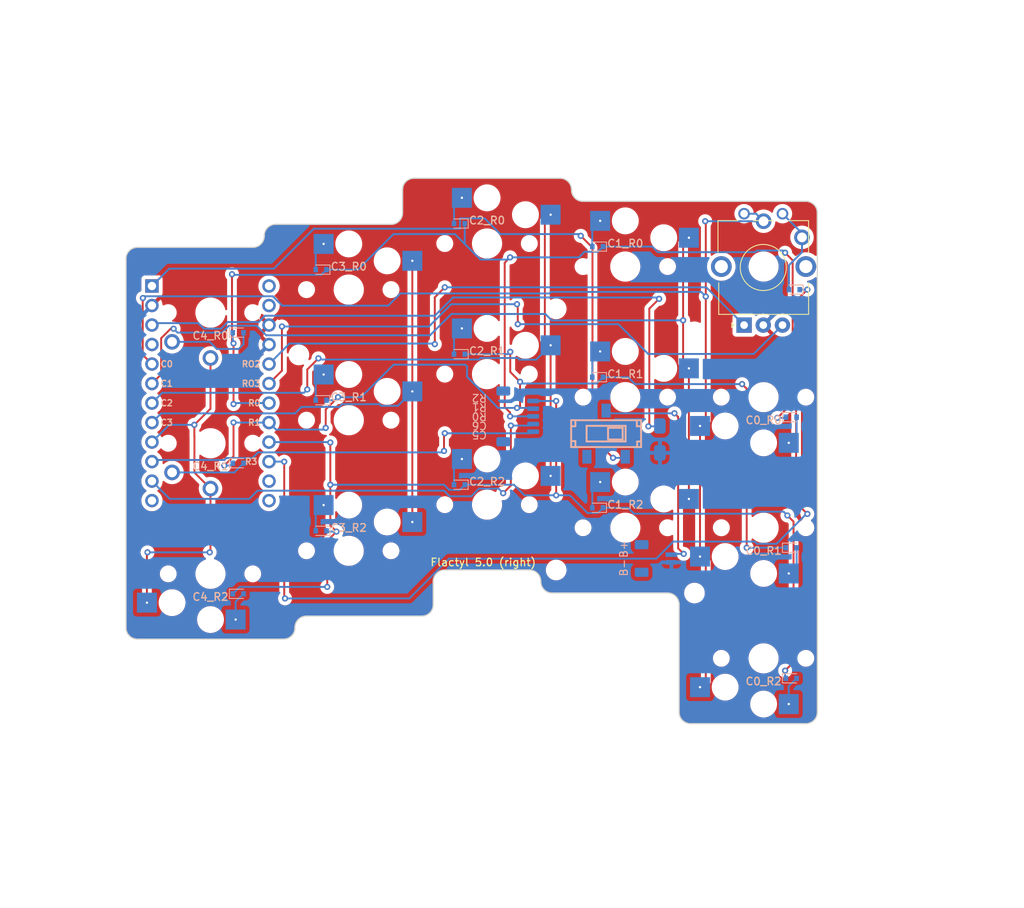
<source format=kicad_pcb>
(kicad_pcb (version 20171130) (host pcbnew 5.1.6)
  (title_block (title right) (rev v1.0.0) (company Unknown))
  (layers (0 F.Cu signal) (31 B.Cu signal) (34 B.Paste user) (35 F.Paste user) (36 B.SilkS user) (37 F.SilkS user) (38 B.Mask user) (39 F.Mask user) (44 Edge.Cuts user))
  (net 0 "")
  (net 1 "C4")
  (net 2 "C4_R0D")
  (net 3 "C4_R0")
  (net 4 "R0")
  (net 5 "C4_R1D")
  (net 6 "C4_R1")
  (net 7 "R1")
  (net 8 "C0")
  (net 9 "C0_R3D")
  (net 10 "P2")
  (net 11 "P3")
  (net 12 "GND")
  (net 13 "R3")
  (net 14 "RAW")
  (net 15 "BSLI")
  (net 16 "three")
  (net 17 "RST")
  (net 18 "VCC")
  (net 19 "C1")
  (net 20 "C2")
  (net 21 "C3")
  (net 22 "C5")
  (net 23 "C6")
  (net 24 "P10")
  (net 25 "P1")
  (net 26 "P0")
  (net 27 "R2")
  (net 28 "P8")
  (net 29 "P9")
  (net 30 "Flactyl 5.0 (right)")
  (net 31 "C0_R0D")
  (net 32 "C0_R0")
  (net 33 "C0_R1D")
  (net 34 "C0_R1")
  (net 35 "C0_R2D")
  (net 36 "C0_R2")
  (net 37 "C1_R0D")
  (net 38 "C1_R0")
  (net 39 "C1_R1D")
  (net 40 "C1_R1")
  (net 41 "C1_R2D")
  (net 42 "C1_R2")
  (net 43 "C2_R0D")
  (net 44 "C2_R0")
  (net 45 "C2_R1D")
  (net 46 "C2_R1")
  (net 47 "C2_R2D")
  (net 48 "C2_R2")
  (net 49 "C3_R0D")
  (net 50 "C3_R0")
  (net 51 "C3_R1D")
  (net 52 "C3_R1")
  (net 53 "C3_R2D")
  (net 54 "C3_R2")
  (net 55 "C4_R2D")
  (net 56 "C4_R2")
  (footprint "Kailh_socket_PG1350_no_silk" (layer "B.Cu") (at 0 -34 0)
    (fp_text reference "S1" hide)
    (fp_text user C4_R0 (at -0 3 0) (layer F.SilkS))
    (fp_text user C4_R0 (at -0 3 0) (layer B.SilkS))
    (pad "" np_thru_hole circle (at 0 0) (size 3.429 3.429) (drill 3.429) (layers *.Cu *.Mask))
    (pad "" np_thru_hole circle (at 5.5 0) (size 1.7018 1.7018) (drill 1.7018) (layers *.Cu *.Mask))
    (pad "" np_thru_hole circle (at -5.5 0) (size 1.7018 1.7018) (drill 1.7018) (layers *.Cu *.Mask))
    (pad 1 thru_hole circle (at -5 3.8) (size 2.032 2.032) (drill 1.27) (layers *.Cu *.Mask) (net 2 "C4_R0D"))
    (pad 2 thru_hole circle (at 0 5.9) (size 2.032 2.032) (drill 1.27) (layers *.Cu *.Mask) (net 1 "C4"))
  )
  (footprint "D_SOD-523" (layer "B.Cu") (at 3.6 -31.4 0)
    (fp_text reference "D1" hide)
    (fp_text value "D_SOD-523")
    (pad "1" smd rect (at -0.7 0 0) (size 0.6 0.7) (layers "B.Cu" "B.Paste" "B.Mask") (net 4 "R0"))
    (pad "2" smd rect (at 0.7 0 0) (size 0.6 0.7) (layers "B.Cu" "B.Paste" "B.Mask") (net 2 "C4_R0D"))
  )
  (footprint "Kailh_socket_PG1350_no_silk" (layer "B.Cu") (at 0 -17 0)
    (fp_text reference "S2" hide)
    (fp_text user C4_R1 (at -0 3 0) (layer F.SilkS))
    (fp_text user C4_R1 (at -0 3 0) (layer B.SilkS))
    (pad "" np_thru_hole circle (at 0 0) (size 3.429 3.429) (drill 3.429) (layers *.Cu *.Mask))
    (pad "" np_thru_hole circle (at 5.5 0) (size 1.7018 1.7018) (drill 1.7018) (layers *.Cu *.Mask))
    (pad "" np_thru_hole circle (at -5.5 0) (size 1.7018 1.7018) (drill 1.7018) (layers *.Cu *.Mask))
    (pad 1 thru_hole circle (at -5 3.8) (size 2.032 2.032) (drill 1.27) (layers *.Cu *.Mask) (net 5 "C4_R1D"))
    (pad 2 thru_hole circle (at 0 5.9) (size 2.032 2.032) (drill 1.27) (layers *.Cu *.Mask) (net 1 "C4"))
  )
  (footprint "D_SOD-523" (layer "B.Cu") (at 3.6 -14.4 0)
    (fp_text reference "D2" hide)
    (fp_text value "D_SOD-523")
    (pad "1" smd rect (at -0.7 0 0) (size 0.6 0.7) (layers "B.Cu" "B.Paste" "B.Mask") (net 7 "R1"))
    (pad "2" smd rect (at 0.7 0 0) (size 0.6 0.7) (layers "B.Cu" "B.Paste" "B.Mask") (net 5 "C4_R1D"))
  )
  (module rotary_encoder (layer F.Cu) (at 72 -40 90)
    (fp_text reference "ROT1" hide)
    (fp_text value "")
    (pad A thru_hole rect (at -7.62 -2.54 90) (size 2 2) (drill 1) (layers *.Cu *.Mask) (net 10 "P2"))
    (pad C thru_hole circle (at -7.62 -0.04) (size 2 2) (drill 1) (layers *.Cu *.Mask) (net 12 "GND"))
    (pad B thru_hole circle (at -7.62 2.46) (size 2 2) (drill 1) (layers *.Cu *.Mask) (net 11 "P3"))
    (pad 1 thru_hole circle (at 6.88 -2.54) (size 1.5 1.5) (drill 1) (layers *.Cu *.Mask) (net 8 "C0"))
    (pad 2 thru_hole circle (at 6.88 2.46) (size 1.5 1.5) (drill 1) (layers *.Cu *.Mask) (net 9 "C0_R3D"))
    (pad "" np_thru_hole circle (at 0 0) (size 3.429 3.429) (drill 3.429) (layers *.Cu *.Mask))
    (pad "" thru_hole circle (at 0 5.5) (size 2.7018 2.7018) (drill 1.7018) (layers *.Cu *.Mask))
    (pad "" thru_hole circle (at 0 -5.5) (size 2.7018 2.7018) (drill 1.7018) (layers *.Cu *.Mask))
    (pad 1 thru_hole circle (at 3.8 5) (size 2.032 2.032) (drill 1.27) (layers *.Cu *.Mask) (net 9 "C0_R3D"))
    (pad 2 thru_hole circle (at 5.9 0) (size 2.032 2.032) (drill 1.27) (layers *.Cu *.Mask) (net 8 "C0"))
  )
  (footprint "D_SOD-523" (layer "B.Cu") (at 76 -37 180)
    (fp_text reference "D3" hide)
    (fp_text value "D_SOD-523")
    (pad "1" smd rect (at -0.7 0 180) (size 0.6 0.7) (layers "B.Cu" "B.Paste" "B.Mask") (net 13 "R3"))
    (pad "2" smd rect (at 0.7 0 180) (size 0.6 0.7) (layers "B.Cu" "B.Paste" "B.Mask") (net 9 "C0_R3D"))
  )
  (footprint "SW-SMD_SS-3235D-03-L2.00" (layer "B.Cu") (at 51.5 -18.25 180)
    (fp_text reference "SS1" hide)
    (fp_text value "SW-SMD_SS-3235D-03-L2.00" hide)
    (pad "1" smd rect (at -2.5 -3 180) (size 1.2 1.8) (layers "B.Cu" "B.Paste" "B.Mask") (net 14 "RAW"))
    (pad "2" smd rect (at 0 3 180) (size 1.2 1.8) (layers "B.Cu" "B.Paste" "B.Mask") (net 15 "BSLI"))
    (pad "3" smd rect (at 2.5 -3 180) (size 1.2 1.8) (layers "B.Cu" "B.Paste" "B.Mask") (net 16 "three"))
  )
  (module "b3u-1000P" (layer "B.Cu") (at 58.5 -17.5 90)
    (fp_text reference "SB1" hide)
    (fp_text value "b3u-1000P")
    (pad "1" smd roundrect (at -1.75 0 90) (size 2 1.524) (layers "B.Cu" "B.Paste" "B.Mask") (net 12 "GND"))
    (pad "2" smd roundrect (at 1.75 0 90) (size 2 1.512) (layers "B.Cu" "B.Paste" "B.Mask") (net 17 "RST"))
  )
  (module NiceNano (layer B.Cu) (at 0 -23.5 -90)
    (fp_text reference "MCU1" hide)
    (fp_text value "" hide)
    (fp_text user C0 (at -3.81 5.7 0) (layer F.SilkS) (effects (font (size 0.8 0.8))))
    (fp_text user C1 (at -1.27 5.7 0) (layer F.SilkS) (effects (font (size 0.8 0.8))))
    (fp_text user C2 (at 1.27 5.7 0) (layer F.SilkS) (effects (font (size 0.8 0.8))))
    (fp_text user C3 (at 3.81 5.7 0) (layer F.SilkS) (effects (font (size 0.8 0.8))))
    (fp_text user C0 (at -3.81 5.7 0) (layer B.SilkS) (effects (font (size 0.8 0.8))))
    (fp_text user C1 (at -1.27 5.7 0) (layer B.SilkS) (effects (font (size 0.8 0.8))))
    (fp_text user C2 (at 1.27 5.7 0) (layer B.SilkS) (effects (font (size 0.8 0.8))))
    (fp_text user C3 (at 3.81 5.7 0) (layer B.SilkS) (effects (font (size 0.8 0.8))))
    (fp_text user RO2 (at -3.81 -5.3 0) (layer B.SilkS) (effects (font (size 0.8 0.8))))
    (fp_text user RO3 (at -1.27 -5.3 0) (layer B.SilkS) (effects (font (size 0.8 0.8))))
    (fp_text user RO2 (at -3.81 -5.3 0) (layer F.SilkS) (effects (font (size 0.8 0.8))))
    (fp_text user RO3 (at -1.27 -5.3 0) (layer F.SilkS) (effects (font (size 0.8 0.8))))
    (fp_text user R0 (at 1.27 -5.7 0) (layer F.SilkS) (effects (font (size 0.8 0.8))))
    (fp_text user R1 (at 3.81 -5.7 0) (layer F.SilkS) (effects (font (size 0.8 0.8))))
    (fp_text user R3 (at 8.89 -5.3 0) (layer F.SilkS) (effects (font (size 0.8 0.8))))
    (fp_text user R0 (at 1.27 -5.7 0) (layer B.SilkS) (effects (font (size 0.8 0.8))))
    (fp_text user R1 (at 3.81 -5.7 0) (layer B.SilkS) (effects (font (size 0.8 0.8))))
    (fp_text user R3 (at 8.89 -5.3 0) (layer B.SilkS) (effects (font (size 0.8 0.8))))
    (pad 1 thru_hole rect (at -13.97 7.62 -90) (size 1.7526 1.7526) (drill 1.0922) (layers *.Cu *.Fab *.Mask) (net 14 "RAW"))
    (pad 2 thru_hole circle (at -11.43 7.62 0) (size 1.7526 1.7526) (drill 1.0922) (layers *.Cu *.Fab *.Mask) (net 12 "GND"))
    (pad 3 thru_hole circle (at -8.89 7.62 0) (size 1.7526 1.7526) (drill 1.0922) (layers *.Cu *.Fab *.Mask) (net 17 "RST"))
    (pad 4 thru_hole circle (at -6.35 7.62 0) (size 1.7526 1.7526) (drill 1.0922) (layers *.Cu *.Fab *.Mask) (net 18 "VCC"))
    (pad 5 thru_hole circle (at -3.81 7.62 0) (size 1.7526 1.7526) (drill 1.0922) (layers *.Cu *.Fab *.Mask) (net 8 "C0"))
    (pad 6 thru_hole circle (at -1.27 7.62 0) (size 1.7526 1.7526) (drill 1.0922) (layers *.Cu *.Fab *.Mask) (net 19 "C1"))
    (pad 7 thru_hole circle (at 1.27 7.62 0) (size 1.7526 1.7526) (drill 1.0922) (layers *.Cu *.Fab *.Mask) (net 20 "C2"))
    (pad 8 thru_hole circle (at 3.81 7.62 0) (size 1.7526 1.7526) (drill 1.0922) (layers *.Cu *.Fab *.Mask) (net 21 "C3"))
    (pad 9 thru_hole circle (at 6.35 7.62 0) (size 1.7526 1.7526) (drill 1.0922) (layers *.Cu *.Fab *.Mask) (net 1 "C4"))
    (pad 10 thru_hole circle (at 8.89 7.62 0) (size 1.7526 1.7526) (drill 1.0922) (layers *.Cu *.Fab *.Mask) (net 22 "C5"))
    (pad 11 thru_hole circle (at 11.43 7.62 0) (size 1.7526 1.7526) (drill 1.0922) (layers *.Cu *.Fab *.Mask) (net 23 "C6"))
    (pad 12 thru_hole circle (at 13.97 7.62 0) (size 1.7526 1.7526) (drill 1.0922) (layers *.Cu *.Fab *.Mask) (net 24 "P10"))
    (pad 13 thru_hole circle (at -13.97 -7.62 0) (size 1.7526 1.7526) (drill 1.0922) (layers *.Cu *.Fab *.Mask) (net 25 "P1"))
    (pad 14 thru_hole circle (at -11.43 -7.62 0) (size 1.7526 1.7526) (drill 1.0922) (layers *.Cu *.Fab *.Mask) (net 26 "P0"))
    (pad 15 thru_hole circle (at -8.89 -7.62 0) (size 1.7526 1.7526) (drill 1.0922) (layers *.Cu *.Fab *.Mask) (net 12 "GND"))
    (pad 16 thru_hole circle (at -6.35 -7.62 0) (size 1.7526 1.7526) (drill 1.0922) (layers *.Cu *.Fab *.Mask) (net 12 "GND"))
    (pad 17 thru_hole circle (at -3.81 -7.62 0) (size 1.7526 1.7526) (drill 1.0922) (layers *.Cu *.Fab *.Mask) (net 10 "P2"))
    (pad 18 thru_hole circle (at -1.27 -7.62 0) (size 1.7526 1.7526) (drill 1.0922) (layers *.Cu *.Fab *.Mask) (net 11 "P3"))
    (pad 19 thru_hole circle (at 1.27 -7.62 0) (size 1.7526 1.7526) (drill 1.0922) (layers *.Cu *.Fab *.Mask) (net 4 "R0"))
    (pad 20 thru_hole circle (at 3.81 -7.62 0) (size 1.7526 1.7526) (drill 1.0922) (layers *.Cu *.Fab *.Mask) (net 7 "R1"))
    (pad 21 thru_hole circle (at 6.35 -7.62 0) (size 1.7526 1.7526) (drill 1.0922) (layers *.Cu *.Fab *.Mask) (net 27 "R2"))
    (pad 22 thru_hole circle (at 8.89 -7.62 0) (size 1.7526 1.7526) (drill 1.0922) (layers *.Cu *.Fab *.Mask) (net 13 "R3"))
    (pad 23 thru_hole circle (at 11.43 -7.62 0) (size 1.7526 1.7526) (drill 1.0922) (layers *.Cu *.Fab *.Mask) (net 28 "P8"))
    (pad 24 thru_hole circle (at 13.97 -7.62 0) (size 1.7526 1.7526) (drill 1.0922) (layers *.Cu *.Fab *.Mask) (net 29 "P9"))
  )
  (footprint "JST_SH_SM02B-SRSS-TB_1x02-1MP_P1.00mm_Horizontal" (layer "B.Cu") (at 58 -2 90)
    (fp_text reference "JB1" hide hide)
    (fp_text value "JST_SH_SM02B-SRSS-TB_1x02-1MP_P1.00mm_Horizontal" hide)
    (fp_text user "B+" (at 1.2 -4.2 90 unlocked) (layer "B.SilkS"))
    (fp_text user "B-" (at -1.2 -4.2 90 unlocked) (layer "B.SilkS"))
    (pad "2" smd roundrect (at 0.5 2 90) (size 0.6 1.55) (layers "B.Cu" "B.Paste" "B.Mask") (net 15 "BSLI"))
    (pad "1" smd roundrect (at -0.5 2 90) (size 0.6 1.55) (layers "B.Cu" "B.Paste" "B.Mask") (net 12 "GND"))
    (pad "MP" smd roundrect (at 1.8 -1.875 90) (size 1.2 1.8) (layers "B.Cu" "B.Paste" "B.Mask") (roundrect_rratio 0.208333))
    (pad "MP" smd roundrect (at -1.8 -1.875 90) (size 1.2 1.8) (layers "B.Cu" "B.Paste" "B.Mask") (roundrect_rratio 0.208333))
  )
  (footprint "JST_SH_SM05B-SRSS-TB_1x05-1MP_P1.00mm_Horizontal" (layer "B.Cu") (at 40 -20.5 450)
    (fp_text reference "JC1" hide)
    (fp_text user "R2" (at 2.4 -5 540 unlocked) (layer "B.SilkS"))
    (fp_text user "R1" (at 1.2 -5 540 unlocked) (layer "B.SilkS"))
    (fp_text user "R0" (at 0 -5 540 unlocked) (layer "B.SilkS"))
    (fp_text user "C6" (at -1.2 -5 540 unlocked) (layer "B.SilkS"))
    (fp_text user "C5" (at -2.4 -5 540 unlocked) (layer "B.SilkS"))
    (pad "5" smd roundrect (at 2 2 450) (size 0.6 1.55) (layers "B.Cu" "B.Paste" "B.Mask") (net 27 "R2"))
    (pad "4" smd roundrect (at 1 2 450) (size 0.6 1.55) (layers "B.Cu" "B.Paste" "B.Mask") (net 7 "R1"))
    (pad "3" smd roundrect (at 0 2 450) (size 0.6 1.55) (layers "B.Cu" "B.Paste" "B.Mask") (net 4 "R0"))
    (pad "2" smd roundrect (at -1 2 450) (size 0.6 1.55) (layers "B.Cu" "B.Paste" "B.Mask") (net 23 "C6"))
    (pad "1" smd roundrect (at -2 2 450) (size 0.6 1.55) (layers "B.Cu" "B.Paste" "B.Mask") (net 22 "C5"))
    (pad "MP" smd roundrect (at -3.3 -1.875 450) (size 1.2 1.8) (layers "B.Cu" "B.Paste" "B.Mask") (roundrect_rratio 0.208333))
    (pad "MP" smd roundrect (at 3.3 -1.875 450) (size 1.2 1.8) (layers "B.Cu" "B.Paste" "B.Mask") (roundrect_rratio 0.208333))
  )
  (footprint "somelogo" (layer "F.SilkS") (at 35.5 -1.5 0)
    (fp_text reference "T1" hide)
    (fp_text value "Flactyl 5.0 (right)" (at 0 0 0) (layer "F.SilkS"))
  )
  (footprint "MountingHole_2.2mm_M2" (layer "F.Cu") (at 11.5 -28.5 0)
    (fp_text reference "H1" hide hide)
    (pad "" np_thru_hole circle (at 0 0) (size 2.2 2.2) (drill 2.2) (layers *.Cu *.Mask))
  )
  (footprint "MountingHole_2.2mm_M2" (layer "F.Cu") (at 45 -34.5 0)
    (fp_text reference "H2" hide hide)
    (pad "" np_thru_hole circle (at 0 0) (size 2.2 2.2) (drill 2.2) (layers *.Cu *.Mask))
  )
  (footprint "MountingHole_2.2mm_M2" (layer "F.Cu") (at 45 -0.5 0)
    (fp_text reference "H3" hide hide)
    (pad "" np_thru_hole circle (at 0 0) (size 2.2 2.2) (drill 2.2) (layers *.Cu *.Mask))
  )
  (footprint "MountingHole_2.2mm_M2" (layer "F.Cu") (at 63 -31.5 0)
    (fp_text reference "H4" hide hide)
    (pad "" np_thru_hole circle (at 0 0) (size 2.2 2.2) (drill 2.2) (layers *.Cu *.Mask))
  )
  (footprint "MountingHole_2.2mm_M2" (layer "F.Cu") (at 63 2.5 0)
    (fp_text reference "H5" hide hide)
    (pad "" np_thru_hole circle (at 0 0) (size 2.2 2.2) (drill 2.2) (layers *.Cu *.Mask))
  )
  (footprint "Kailh_socket_PG1350_no_silk" (layer "B.Cu") (at 72 -23 0)
    (fp_text reference "S3" hide)
    (fp_text user C0_R0 (at -0 3 0) (layer F.SilkS))
    (fp_text user C0_R0 (at -0 3 0) (layer B.SilkS))
    (pad "" np_thru_hole circle (at 0 0) (size 3.429 3.429) (drill 3.429) (layers *.Cu *.Mask))
    (pad "" np_thru_hole circle (at 5.5 0) (size 1.7018 1.7018) (drill 1.7018) (layers *.Cu *.Mask))
    (pad "" np_thru_hole circle (at -5.5 0) (size 1.7018 1.7018) (drill 1.7018) (layers *.Cu *.Mask))
    (pad "" np_thru_hole circle (at -5 3.75) (size 3 3) (drill 3) (layers *.Cu *.Mask))
    (pad "" np_thru_hole circle (at 0 5.95) (size 3 3) (drill 3) (layers *.Cu *.Mask))
    (pad "1" smd rect (at 3.275 5.95) (size 2.6 2.6) (layers "B.Cu" "B.Paste" "B.Mask") (net 31 "C0_R0D"))
    (pad "2" smd rect (at -8.275 3.75) (size 2.6 2.6) (layers "B.Cu" "B.Paste" "B.Mask") (net 8 "C0"))
    (pad "3" thru_hole circle (at 3.275 5.95) (size 0.6 0.6) (drill 0.3) (layers *.Cu) (net 31 "C0_R0D"))
    (pad "4" thru_hole circle (at -8.275 3.75) (size 0.6 0.6) (drill 0.3) (layers *.Cu) (net 8 "C0"))
  )
  (footprint "D_SOD-523" (layer "B.Cu") (at 75.6 -20.4 0)
    (fp_text reference "D4" hide)
    (fp_text value "D_SOD-523")
    (pad "1" smd rect (at -0.7 0 0) (size 0.6 0.7) (layers "B.Cu" "B.Paste" "B.Mask") (net 4 "R0"))
    (pad "2" smd rect (at 0.7 0 0) (size 0.6 0.7) (layers "B.Cu" "B.Paste" "B.Mask") (net 31 "C0_R0D"))
  )
  (footprint "Kailh_socket_PG1350_no_silk" (layer "B.Cu") (at 72 -6 0)
    (fp_text reference "S4" hide)
    (fp_text user C0_R1 (at -0 3 0) (layer F.SilkS))
    (fp_text user C0_R1 (at -0 3 0) (layer B.SilkS))
    (pad "" np_thru_hole circle (at 0 0) (size 3.429 3.429) (drill 3.429) (layers *.Cu *.Mask))
    (pad "" np_thru_hole circle (at 5.5 0) (size 1.7018 1.7018) (drill 1.7018) (layers *.Cu *.Mask))
    (pad "" np_thru_hole circle (at -5.5 0) (size 1.7018 1.7018) (drill 1.7018) (layers *.Cu *.Mask))
    (pad "" np_thru_hole circle (at -5 3.75) (size 3 3) (drill 3) (layers *.Cu *.Mask))
    (pad "" np_thru_hole circle (at 0 5.95) (size 3 3) (drill 3) (layers *.Cu *.Mask))
    (pad "1" smd rect (at 3.275 5.95) (size 2.6 2.6) (layers "B.Cu" "B.Paste" "B.Mask") (net 33 "C0_R1D"))
    (pad "2" smd rect (at -8.275 3.75) (size 2.6 2.6) (layers "B.Cu" "B.Paste" "B.Mask") (net 8 "C0"))
    (pad "3" thru_hole circle (at 3.275 5.95) (size 0.6 0.6) (drill 0.3) (layers *.Cu) (net 33 "C0_R1D"))
    (pad "4" thru_hole circle (at -8.275 3.75) (size 0.6 0.6) (drill 0.3) (layers *.Cu) (net 8 "C0"))
  )
  (footprint "D_SOD-523" (layer "B.Cu") (at 75.6 -3.4 0)
    (fp_text reference "D5" hide)
    (fp_text value "D_SOD-523")
    (pad "1" smd rect (at -0.7 0 0) (size 0.6 0.7) (layers "B.Cu" "B.Paste" "B.Mask") (net 7 "R1"))
    (pad "2" smd rect (at 0.7 0 0) (size 0.6 0.7) (layers "B.Cu" "B.Paste" "B.Mask") (net 33 "C0_R1D"))
  )
  (footprint "Kailh_socket_PG1350_no_silk" (layer "B.Cu") (at 72 11 0)
    (fp_text reference "S5" hide)
    (fp_text user C0_R2 (at -0 3 0) (layer F.SilkS))
    (fp_text user C0_R2 (at -0 3 0) (layer B.SilkS))
    (pad "" np_thru_hole circle (at 0 0) (size 3.429 3.429) (drill 3.429) (layers *.Cu *.Mask))
    (pad "" np_thru_hole circle (at 5.5 0) (size 1.7018 1.7018) (drill 1.7018) (layers *.Cu *.Mask))
    (pad "" np_thru_hole circle (at -5.5 0) (size 1.7018 1.7018) (drill 1.7018) (layers *.Cu *.Mask))
    (pad "" np_thru_hole circle (at -5 3.75) (size 3 3) (drill 3) (layers *.Cu *.Mask))
    (pad "" np_thru_hole circle (at 0 5.95) (size 3 3) (drill 3) (layers *.Cu *.Mask))
    (pad "1" smd rect (at 3.275 5.95) (size 2.6 2.6) (layers "B.Cu" "B.Paste" "B.Mask") (net 35 "C0_R2D"))
    (pad "2" smd rect (at -8.275 3.75) (size 2.6 2.6) (layers "B.Cu" "B.Paste" "B.Mask") (net 8 "C0"))
    (pad "3" thru_hole circle (at 3.275 5.95) (size 0.6 0.6) (drill 0.3) (layers *.Cu) (net 35 "C0_R2D"))
    (pad "4" thru_hole circle (at -8.275 3.75) (size 0.6 0.6) (drill 0.3) (layers *.Cu) (net 8 "C0"))
  )
  (footprint "D_SOD-523" (layer "B.Cu") (at 75.6 13.6 0)
    (fp_text reference "D6" hide)
    (fp_text value "D_SOD-523")
    (pad "1" smd rect (at -0.7 0 0) (size 0.6 0.7) (layers "B.Cu" "B.Paste" "B.Mask") (net 27 "R2"))
    (pad "2" smd rect (at 0.7 0 0) (size 0.6 0.7) (layers "B.Cu" "B.Paste" "B.Mask") (net 35 "C0_R2D"))
  )
  (footprint "Kailh_socket_PG1350_no_silk" (layer "B.Cu") (at 54 -40 180)
    (fp_text reference "S6" hide)
    (fp_text user C1_R0 (at -0 3 180) (layer F.SilkS))
    (fp_text user C1_R0 (at -0 3 180) (layer B.SilkS))
    (pad "" np_thru_hole circle (at 0 0) (size 3.429 3.429) (drill 3.429) (layers *.Cu *.Mask))
    (pad "" np_thru_hole circle (at 5.5 0) (size 1.7018 1.7018) (drill 1.7018) (layers *.Cu *.Mask))
    (pad "" np_thru_hole circle (at -5.5 0) (size 1.7018 1.7018) (drill 1.7018) (layers *.Cu *.Mask))
    (pad "" np_thru_hole circle (at -5 3.75) (size 3 3) (drill 3) (layers *.Cu *.Mask))
    (pad "" np_thru_hole circle (at 0 5.95) (size 3 3) (drill 3) (layers *.Cu *.Mask))
    (pad "1" smd rect (at 3.275 5.95) (size 2.6 2.6) (layers "B.Cu" "B.Paste" "B.Mask") (net 37 "C1_R0D"))
    (pad "2" smd rect (at -8.275 3.75) (size 2.6 2.6) (layers "B.Cu" "B.Paste" "B.Mask") (net 19 "C1"))
    (pad "3" thru_hole circle (at 3.275 5.95) (size 0.6 0.6) (drill 0.3) (layers *.Cu) (net 37 "C1_R0D"))
    (pad "4" thru_hole circle (at -8.275 3.75) (size 0.6 0.6) (drill 0.3) (layers *.Cu) (net 19 "C1"))
  )
  (footprint "D_SOD-523" (layer "B.Cu") (at 50.4 -42.6 180)
    (fp_text reference "D7" hide)
    (fp_text value "D_SOD-523")
    (pad "1" smd rect (at -0.7 0 180) (size 0.6 0.7) (layers "B.Cu" "B.Paste" "B.Mask") (net 4 "R0"))
    (pad "2" smd rect (at 0.7 0 180) (size 0.6 0.7) (layers "B.Cu" "B.Paste" "B.Mask") (net 37 "C1_R0D"))
  )
  (footprint "Kailh_socket_PG1350_no_silk" (layer "B.Cu") (at 54 -23 180)
    (fp_text reference "S7" hide)
    (fp_text user C1_R1 (at -0 3 180) (layer F.SilkS))
    (fp_text user C1_R1 (at -0 3 180) (layer B.SilkS))
    (pad "" np_thru_hole circle (at 0 0) (size 3.429 3.429) (drill 3.429) (layers *.Cu *.Mask))
    (pad "" np_thru_hole circle (at 5.5 0) (size 1.7018 1.7018) (drill 1.7018) (layers *.Cu *.Mask))
    (pad "" np_thru_hole circle (at -5.5 0) (size 1.7018 1.7018) (drill 1.7018) (layers *.Cu *.Mask))
    (pad "" np_thru_hole circle (at -5 3.75) (size 3 3) (drill 3) (layers *.Cu *.Mask))
    (pad "" np_thru_hole circle (at 0 5.95) (size 3 3) (drill 3) (layers *.Cu *.Mask))
    (pad "1" smd rect (at 3.275 5.95) (size 2.6 2.6) (layers "B.Cu" "B.Paste" "B.Mask") (net 39 "C1_R1D"))
    (pad "2" smd rect (at -8.275 3.75) (size 2.6 2.6) (layers "B.Cu" "B.Paste" "B.Mask") (net 19 "C1"))
    (pad "3" thru_hole circle (at 3.275 5.95) (size 0.6 0.6) (drill 0.3) (layers *.Cu) (net 39 "C1_R1D"))
    (pad "4" thru_hole circle (at -8.275 3.75) (size 0.6 0.6) (drill 0.3) (layers *.Cu) (net 19 "C1"))
  )
  (footprint "D_SOD-523" (layer "B.Cu") (at 50.4 -25.6 180)
    (fp_text reference "D8" hide)
    (fp_text value "D_SOD-523")
    (pad "1" smd rect (at -0.7 0 180) (size 0.6 0.7) (layers "B.Cu" "B.Paste" "B.Mask") (net 7 "R1"))
    (pad "2" smd rect (at 0.7 0 180) (size 0.6 0.7) (layers "B.Cu" "B.Paste" "B.Mask") (net 39 "C1_R1D"))
  )
  (footprint "Kailh_socket_PG1350_no_silk" (layer "B.Cu") (at 54 -6 180)
    (fp_text reference "S8" hide)
    (fp_text user C1_R2 (at -0 3 180) (layer F.SilkS))
    (fp_text user C1_R2 (at -0 3 180) (layer B.SilkS))
    (pad "" np_thru_hole circle (at 0 0) (size 3.429 3.429) (drill 3.429) (layers *.Cu *.Mask))
    (pad "" np_thru_hole circle (at 5.5 0) (size 1.7018 1.7018) (drill 1.7018) (layers *.Cu *.Mask))
    (pad "" np_thru_hole circle (at -5.5 0) (size 1.7018 1.7018) (drill 1.7018) (layers *.Cu *.Mask))
    (pad "" np_thru_hole circle (at -5 3.75) (size 3 3) (drill 3) (layers *.Cu *.Mask))
    (pad "" np_thru_hole circle (at 0 5.95) (size 3 3) (drill 3) (layers *.Cu *.Mask))
    (pad "1" smd rect (at 3.275 5.95) (size 2.6 2.6) (layers "B.Cu" "B.Paste" "B.Mask") (net 41 "C1_R2D"))
    (pad "2" smd rect (at -8.275 3.75) (size 2.6 2.6) (layers "B.Cu" "B.Paste" "B.Mask") (net 19 "C1"))
    (pad "3" thru_hole circle (at 3.275 5.95) (size 0.6 0.6) (drill 0.3) (layers *.Cu) (net 41 "C1_R2D"))
    (pad "4" thru_hole circle (at -8.275 3.75) (size 0.6 0.6) (drill 0.3) (layers *.Cu) (net 19 "C1"))
  )
  (footprint "D_SOD-523" (layer "B.Cu") (at 50.4 -8.6 180)
    (fp_text reference "D9" hide)
    (fp_text value "D_SOD-523")
    (pad "1" smd rect (at -0.7 0 180) (size 0.6 0.7) (layers "B.Cu" "B.Paste" "B.Mask") (net 27 "R2"))
    (pad "2" smd rect (at 0.7 0 180) (size 0.6 0.7) (layers "B.Cu" "B.Paste" "B.Mask") (net 41 "C1_R2D"))
  )
  (footprint "Kailh_socket_PG1350_no_silk" (layer "B.Cu") (at 36 -43 -180)
    (fp_text reference "S9" hide)
    (fp_text user C2_R0 (at -0 3 -180) (layer F.SilkS))
    (fp_text user C2_R0 (at -0 3 -180) (layer B.SilkS))
    (pad "" np_thru_hole circle (at 0 0) (size 3.429 3.429) (drill 3.429) (layers *.Cu *.Mask))
    (pad "" np_thru_hole circle (at 5.5 0) (size 1.7018 1.7018) (drill 1.7018) (layers *.Cu *.Mask))
    (pad "" np_thru_hole circle (at -5.5 0) (size 1.7018 1.7018) (drill 1.7018) (layers *.Cu *.Mask))
    (pad "" np_thru_hole circle (at -5 3.75) (size 3 3) (drill 3) (layers *.Cu *.Mask))
    (pad "" np_thru_hole circle (at 0 5.95) (size 3 3) (drill 3) (layers *.Cu *.Mask))
    (pad "1" smd rect (at 3.275 5.95) (size 2.6 2.6) (layers "B.Cu" "B.Paste" "B.Mask") (net 43 "C2_R0D"))
    (pad "2" smd rect (at -8.275 3.75) (size 2.6 2.6) (layers "B.Cu" "B.Paste" "B.Mask") (net 20 "C2"))
    (pad "3" thru_hole circle (at 3.275 5.95) (size 0.6 0.6) (drill 0.3) (layers *.Cu) (net 43 "C2_R0D"))
    (pad "4" thru_hole circle (at -8.275 3.75) (size 0.6 0.6) (drill 0.3) (layers *.Cu) (net 20 "C2"))
  )
  (footprint "D_SOD-523" (layer "B.Cu") (at 32.4 -45.6 -180)
    (fp_text reference "D10" hide)
    (fp_text value "D_SOD-523")
    (pad "1" smd rect (at -0.7 0 -180) (size 0.6 0.7) (layers "B.Cu" "B.Paste" "B.Mask") (net 4 "R0"))
    (pad "2" smd rect (at 0.7 0 -180) (size 0.6 0.7) (layers "B.Cu" "B.Paste" "B.Mask") (net 43 "C2_R0D"))
  )
  (footprint "Kailh_socket_PG1350_no_silk" (layer "B.Cu") (at 36 -26 180)
    (fp_text reference "S10" hide)
    (fp_text user C2_R1 (at -0 3 180) (layer F.SilkS))
    (fp_text user C2_R1 (at -0 3 180) (layer B.SilkS))
    (pad "" np_thru_hole circle (at 0 0) (size 3.429 3.429) (drill 3.429) (layers *.Cu *.Mask))
    (pad "" np_thru_hole circle (at 5.5 0) (size 1.7018 1.7018) (drill 1.7018) (layers *.Cu *.Mask))
    (pad "" np_thru_hole circle (at -5.5 0) (size 1.7018 1.7018) (drill 1.7018) (layers *.Cu *.Mask))
    (pad "" np_thru_hole circle (at -5 3.75) (size 3 3) (drill 3) (layers *.Cu *.Mask))
    (pad "" np_thru_hole circle (at 0 5.95) (size 3 3) (drill 3) (layers *.Cu *.Mask))
    (pad "1" smd rect (at 3.275 5.95) (size 2.6 2.6) (layers "B.Cu" "B.Paste" "B.Mask") (net 45 "C2_R1D"))
    (pad "2" smd rect (at -8.275 3.75) (size 2.6 2.6) (layers "B.Cu" "B.Paste" "B.Mask") (net 20 "C2"))
    (pad "3" thru_hole circle (at 3.275 5.95) (size 0.6 0.6) (drill 0.3) (layers *.Cu) (net 45 "C2_R1D"))
    (pad "4" thru_hole circle (at -8.275 3.75) (size 0.6 0.6) (drill 0.3) (layers *.Cu) (net 20 "C2"))
  )
  (footprint "D_SOD-523" (layer "B.Cu") (at 32.4 -28.6 180)
    (fp_text reference "D11" hide)
    (fp_text value "D_SOD-523")
    (pad "1" smd rect (at -0.7 0 180) (size 0.6 0.7) (layers "B.Cu" "B.Paste" "B.Mask") (net 7 "R1"))
    (pad "2" smd rect (at 0.7 0 180) (size 0.6 0.7) (layers "B.Cu" "B.Paste" "B.Mask") (net 45 "C2_R1D"))
  )
  (footprint "Kailh_socket_PG1350_no_silk" (layer "B.Cu") (at 36 -9 180)
    (fp_text reference "S11" hide)
    (fp_text user C2_R2 (at -0 3 180) (layer F.SilkS))
    (fp_text user C2_R2 (at -0 3 180) (layer B.SilkS))
    (pad "" np_thru_hole circle (at 0 0) (size 3.429 3.429) (drill 3.429) (layers *.Cu *.Mask))
    (pad "" np_thru_hole circle (at 5.5 0) (size 1.7018 1.7018) (drill 1.7018) (layers *.Cu *.Mask))
    (pad "" np_thru_hole circle (at -5.5 0) (size 1.7018 1.7018) (drill 1.7018) (layers *.Cu *.Mask))
    (pad "" np_thru_hole circle (at -5 3.75) (size 3 3) (drill 3) (layers *.Cu *.Mask))
    (pad "" np_thru_hole circle (at 0 5.95) (size 3 3) (drill 3) (layers *.Cu *.Mask))
    (pad "1" smd rect (at 3.275 5.95) (size 2.6 2.6) (layers "B.Cu" "B.Paste" "B.Mask") (net 47 "C2_R2D"))
    (pad "2" smd rect (at -8.275 3.75) (size 2.6 2.6) (layers "B.Cu" "B.Paste" "B.Mask") (net 20 "C2"))
    (pad "3" thru_hole circle (at 3.275 5.95) (size 0.6 0.6) (drill 0.3) (layers *.Cu) (net 47 "C2_R2D"))
    (pad "4" thru_hole circle (at -8.275 3.75) (size 0.6 0.6) (drill 0.3) (layers *.Cu) (net 20 "C2"))
  )
  (footprint "D_SOD-523" (layer "B.Cu") (at 32.4 -11.6 180)
    (fp_text reference "D12" hide)
    (fp_text value "D_SOD-523")
    (pad "1" smd rect (at -0.7 0 180) (size 0.6 0.7) (layers "B.Cu" "B.Paste" "B.Mask") (net 27 "R2"))
    (pad "2" smd rect (at 0.7 0 180) (size 0.6 0.7) (layers "B.Cu" "B.Paste" "B.Mask") (net 47 "C2_R2D"))
  )
  (footprint "Kailh_socket_PG1350_no_silk" (layer "B.Cu") (at 18 -37 -180)
    (fp_text reference "S12" hide)
    (fp_text user C3_R0 (at -0 3 -180) (layer F.SilkS))
    (fp_text user C3_R0 (at -0 3 -180) (layer B.SilkS))
    (pad "" np_thru_hole circle (at 0 0) (size 3.429 3.429) (drill 3.429) (layers *.Cu *.Mask))
    (pad "" np_thru_hole circle (at 5.5 0) (size 1.7018 1.7018) (drill 1.7018) (layers *.Cu *.Mask))
    (pad "" np_thru_hole circle (at -5.5 0) (size 1.7018 1.7018) (drill 1.7018) (layers *.Cu *.Mask))
    (pad "" np_thru_hole circle (at -5 3.75) (size 3 3) (drill 3) (layers *.Cu *.Mask))
    (pad "" np_thru_hole circle (at 0 5.95) (size 3 3) (drill 3) (layers *.Cu *.Mask))
    (pad "1" smd rect (at 3.275 5.95) (size 2.6 2.6) (layers "B.Cu" "B.Paste" "B.Mask") (net 49 "C3_R0D"))
    (pad "2" smd rect (at -8.275 3.75) (size 2.6 2.6) (layers "B.Cu" "B.Paste" "B.Mask") (net 21 "C3"))
    (pad "3" thru_hole circle (at 3.275 5.95) (size 0.6 0.6) (drill 0.3) (layers *.Cu) (net 49 "C3_R0D"))
    (pad "4" thru_hole circle (at -8.275 3.75) (size 0.6 0.6) (drill 0.3) (layers *.Cu) (net 21 "C3"))
  )
  (footprint "D_SOD-523" (layer "B.Cu") (at 14.4 -39.6 -180)
    (fp_text reference "D13" hide)
    (fp_text value "D_SOD-523")
    (pad "1" smd rect (at -0.7 0 -180) (size 0.6 0.7) (layers "B.Cu" "B.Paste" "B.Mask") (net 4 "R0"))
    (pad "2" smd rect (at 0.7 0 -180) (size 0.6 0.7) (layers "B.Cu" "B.Paste" "B.Mask") (net 49 "C3_R0D"))
  )
  (footprint "Kailh_socket_PG1350_no_silk" (layer "B.Cu") (at 18 -20 -180)
    (fp_text reference "S13" hide)
    (fp_text user C3_R1 (at -0 3 -180) (layer F.SilkS))
    (fp_text user C3_R1 (at -0 3 -180) (layer B.SilkS))
    (pad "" np_thru_hole circle (at 0 0) (size 3.429 3.429) (drill 3.429) (layers *.Cu *.Mask))
    (pad "" np_thru_hole circle (at 5.5 0) (size 1.7018 1.7018) (drill 1.7018) (layers *.Cu *.Mask))
    (pad "" np_thru_hole circle (at -5.5 0) (size 1.7018 1.7018) (drill 1.7018) (layers *.Cu *.Mask))
    (pad "" np_thru_hole circle (at -5 3.75) (size 3 3) (drill 3) (layers *.Cu *.Mask))
    (pad "" np_thru_hole circle (at 0 5.95) (size 3 3) (drill 3) (layers *.Cu *.Mask))
    (pad "1" smd rect (at 3.275 5.95) (size 2.6 2.6) (layers "B.Cu" "B.Paste" "B.Mask") (net 51 "C3_R1D"))
    (pad "2" smd rect (at -8.275 3.75) (size 2.6 2.6) (layers "B.Cu" "B.Paste" "B.Mask") (net 21 "C3"))
    (pad "3" thru_hole circle (at 3.275 5.95) (size 0.6 0.6) (drill 0.3) (layers *.Cu) (net 51 "C3_R1D"))
    (pad "4" thru_hole circle (at -8.275 3.75) (size 0.6 0.6) (drill 0.3) (layers *.Cu) (net 21 "C3"))
  )
  (footprint "D_SOD-523" (layer "B.Cu") (at 14.4 -22.6 -180)
    (fp_text reference "D14" hide)
    (fp_text value "D_SOD-523")
    (pad "1" smd rect (at -0.7 0 -180) (size 0.6 0.7) (layers "B.Cu" "B.Paste" "B.Mask") (net 7 "R1"))
    (pad "2" smd rect (at 0.7 0 -180) (size 0.6 0.7) (layers "B.Cu" "B.Paste" "B.Mask") (net 51 "C3_R1D"))
  )
  (footprint "Kailh_socket_PG1350_no_silk" (layer "B.Cu") (at 18 -3 180)
    (fp_text reference "S14" hide)
    (fp_text user C3_R2 (at -0 3 180) (layer F.SilkS))
    (fp_text user C3_R2 (at -0 3 180) (layer B.SilkS))
    (pad "" np_thru_hole circle (at 0 0) (size 3.429 3.429) (drill 3.429) (layers *.Cu *.Mask))
    (pad "" np_thru_hole circle (at 5.5 0) (size 1.7018 1.7018) (drill 1.7018) (layers *.Cu *.Mask))
    (pad "" np_thru_hole circle (at -5.5 0) (size 1.7018 1.7018) (drill 1.7018) (layers *.Cu *.Mask))
    (pad "" np_thru_hole circle (at -5 3.75) (size 3 3) (drill 3) (layers *.Cu *.Mask))
    (pad "" np_thru_hole circle (at 0 5.95) (size 3 3) (drill 3) (layers *.Cu *.Mask))
    (pad "1" smd rect (at 3.275 5.95) (size 2.6 2.6) (layers "B.Cu" "B.Paste" "B.Mask") (net 53 "C3_R2D"))
    (pad "2" smd rect (at -8.275 3.75) (size 2.6 2.6) (layers "B.Cu" "B.Paste" "B.Mask") (net 21 "C3"))
    (pad "3" thru_hole circle (at 3.275 5.95) (size 0.6 0.6) (drill 0.3) (layers *.Cu) (net 53 "C3_R2D"))
    (pad "4" thru_hole circle (at -8.275 3.75) (size 0.6 0.6) (drill 0.3) (layers *.Cu) (net 21 "C3"))
  )
  (footprint "D_SOD-523" (layer "B.Cu") (at 14.4 -5.6 180)
    (fp_text reference "D15" hide)
    (fp_text value "D_SOD-523")
    (pad "1" smd rect (at -0.7 0 180) (size 0.6 0.7) (layers "B.Cu" "B.Paste" "B.Mask") (net 27 "R2"))
    (pad "2" smd rect (at 0.7 0 180) (size 0.6 0.7) (layers "B.Cu" "B.Paste" "B.Mask") (net 53 "C3_R2D"))
  )
  (footprint "Kailh_socket_PG1350_no_silk" (layer "B.Cu") (at 0 0 0)
    (fp_text reference "S15" hide)
    (fp_text user C4_R2 (at -0 3 0) (layer F.SilkS))
    (fp_text user C4_R2 (at -0 3 0) (layer B.SilkS))
    (pad "" np_thru_hole circle (at 0 0) (size 3.429 3.429) (drill 3.429) (layers *.Cu *.Mask))
    (pad "" np_thru_hole circle (at 5.5 0) (size 1.7018 1.7018) (drill 1.7018) (layers *.Cu *.Mask))
    (pad "" np_thru_hole circle (at -5.5 0) (size 1.7018 1.7018) (drill 1.7018) (layers *.Cu *.Mask))
    (pad "" np_thru_hole circle (at -5 3.75) (size 3 3) (drill 3) (layers *.Cu *.Mask))
    (pad "" np_thru_hole circle (at 0 5.95) (size 3 3) (drill 3) (layers *.Cu *.Mask))
    (pad "1" smd rect (at 3.275 5.95) (size 2.6 2.6) (layers "B.Cu" "B.Paste" "B.Mask") (net 55 "C4_R2D"))
    (pad "2" smd rect (at -8.275 3.75) (size 2.6 2.6) (layers "B.Cu" "B.Paste" "B.Mask") (net 1 "C4"))
    (pad "3" thru_hole circle (at 3.275 5.95) (size 0.6 0.6) (drill 0.3) (layers *.Cu) (net 55 "C4_R2D"))
    (pad "4" thru_hole circle (at -8.275 3.75) (size 0.6 0.6) (drill 0.3) (layers *.Cu) (net 1 "C4"))
  )
  (footprint "D_SOD-523" (layer "B.Cu") (at 3.6 2.6 0)
    (fp_text reference "D16" hide)
    (fp_text value "D_SOD-523")
    (pad "1" smd rect (at -0.7 0 0) (size 0.6 0.7) (layers "B.Cu" "B.Paste" "B.Mask") (net 27 "R2"))
    (pad "2" smd rect (at 0.7 0 0) (size 0.6 0.7) (layers "B.Cu" "B.Paste" "B.Mask") (net 55 "C4_R2D"))
  )
  (gr_line (start -9.51 8.5) (end 9.51 8.5) (angle 90) (layer Edge.Cuts) (width 0.15))
  (gr_line (start 11 7.01) (end 11 6.99) (angle 90) (layer Edge.Cuts) (width 0.15))
  (gr_line (start -11 7.01) (end -11 -41.01) (angle 90) (layer Edge.Cuts) (width 0.15))
  (gr_line (start 5.51 -42.5) (end -9.51 -42.5) (angle 90) (layer Edge.Cuts) (width 0.15))
  (gr_line (start 12.49 5.5) (end 27.51 5.5) (angle 90) (layer Edge.Cuts) (width 0.15))
  (gr_line (start 29 4.01) (end 29 0.99) (angle 90) (layer Edge.Cuts) (width 0.15))
  (gr_line (start 23.51 -45.5) (end 8.49 -45.5) (angle 90) (layer Edge.Cuts) (width 0.15))
  (gr_line (start 7 -44.01) (end 7 -43.99) (angle 90) (layer Edge.Cuts) (width 0.15))
  (gr_line (start 30.49 -0.5) (end 41.51 -0.5) (angle 90) (layer Edge.Cuts) (width 0.15))
  (gr_line (start 47 -49.99) (end 47 -50.01) (angle 90) (layer Edge.Cuts) (width 0.15))
  (gr_line (start 45.51 -51.5) (end 26.49 -51.5) (angle 90) (layer Edge.Cuts) (width 0.15))
  (gr_line (start 25 -50.01) (end 25 -46.99) (angle 90) (layer Edge.Cuts) (width 0.15))
  (gr_line (start 44.49 2.5) (end 59.51 2.5) (angle 90) (layer Edge.Cuts) (width 0.15))
  (gr_line (start 43 0.99) (end 43 1.01) (angle 90) (layer Edge.Cuts) (width 0.15))
  (gr_line (start 48.49 -48.5) (end 77.51 -48.5) (angle 90) (layer Edge.Cuts) (width 0.15))
  (gr_line (start 62.49 19.5) (end 77.51 19.5) (angle 90) (layer Edge.Cuts) (width 0.15))
  (gr_line (start 61 3.99) (end 61 18.01) (angle 90) (layer Edge.Cuts) (width 0.15))
  (gr_line (start 79 -47.01) (end 79 18.01) (angle 90) (layer Edge.Cuts) (width 0.15))
  (gr_arc (start 9.51 7.01) (end 9.51 8.5) (angle -90) (layer Edge.Cuts) (width 0.15))
  (gr_arc (start 12.49 6.99) (end 12.49 5.5) (angle -90) (layer Edge.Cuts) (width 0.15))
  (gr_arc (start 27.51 4.01) (end 27.51 5.5) (angle -90) (layer Edge.Cuts) (width 0.15))
  (gr_arc (start 30.49 0.99) (end 30.49 -0.5) (angle -90) (layer Edge.Cuts) (width 0.15))
  (gr_arc (start 41.51 0.99) (end 43 0.99) (angle -90) (layer Edge.Cuts) (width 0.15))
  (gr_arc (start 44.49 1.01) (end 43 1.01) (angle -90) (layer Edge.Cuts) (width 0.15))
  (gr_arc (start 59.51 3.99) (end 61 3.99) (angle -90) (layer Edge.Cuts) (width 0.15))
  (gr_arc (start 62.49 18.01) (end 61 18.01) (angle -90) (layer Edge.Cuts) (width 0.15))
  (gr_arc (start 77.51 18.01) (end 77.51 19.5) (angle -90) (layer Edge.Cuts) (width 0.15))
  (gr_arc (start 77.51 -47.01) (end 79 -47.01) (angle -90) (layer Edge.Cuts) (width 0.15))
  (gr_arc (start 48.49 -49.99) (end 47 -49.99) (angle -90) (layer Edge.Cuts) (width 0.15))
  (gr_arc (start 45.51 -50.01) (end 47 -50.01) (angle -90) (layer Edge.Cuts) (width 0.15))
  (gr_arc (start 26.49 -50.01) (end 26.49 -51.5) (angle -90) (layer Edge.Cuts) (width 0.15))
  (gr_arc (start 23.51 -46.99) (end 23.51 -45.5) (angle -90) (layer Edge.Cuts) (width 0.15))
  (gr_arc (start 8.49 -44.01) (end 8.49 -45.5) (angle -90) (layer Edge.Cuts) (width 0.15))
  (gr_arc (start 5.51 -43.99) (end 5.51 -42.5) (angle -90) (layer Edge.Cuts) (width 0.15))
  (gr_arc (start -9.51 -41.01) (end -9.51 -42.5) (angle -90) (layer Edge.Cuts) (width 0.15))
  (gr_arc (start -9.51 7.01) (end -11 7.01) (angle -90) (layer Edge.Cuts) (width 0.15))
  (segment (start -8.275 -2.725) (end -8.275 3.75) (width 0.25) (layer "F.Cu") (net 1))
  (segment (start 0 -2.9) (end -0.1 -2.8) (width 0.25) (layer "F.Cu") (net 1))
  (segment (start -8.2 -2.8) (end -8.275 -2.725) (width 0.25) (layer "F.Cu") (net 1))
  (segment (start 0 -11.1) (end 0 -2.9) (width 0.25) (layer "F.Cu") (net 1))
  (segment (start -2.0895 -13.1895) (end 0 -11.1) (width 0.25) (layer "F.Cu") (net 1))
  (segment (start -2.0895 -17.865499) (end -2.0895 -13.1895) (width 0.25) (layer "F.Cu") (net 1))
  (segment (start -2.1 -19.4) (end -2.1 -17.875999) (width 0.25) (layer "F.Cu") (net 1))
  (segment (start 0 -21.5) (end 0 -28.1) (width 0.25) (layer "F.Cu") (net 1))
  (segment (start -2.1 -19.4) (end 0 -21.5) (width 0.25) (layer "F.Cu") (net 1))
  (segment (start -2.1 -17.875999) (end -2.0895 -17.865499) (width 0.25) (layer "F.Cu") (net 1))
  (via (at -2.1 -19.4) (size 0.8) (drill 0.4) (layers "F.Cu" "B.Cu") (net 1))
  (via (at -0.1 -2.8) (size 0.8) (drill 0.4) (layers "F.Cu" "B.Cu") (net 1))
  (via (at -8.2 -2.8) (size 0.8) (drill 0.4) (layers "F.Cu" "B.Cu") (net 1))
  (segment (start -2.1 -19.4) (end -5.37 -19.4) (width 0.25) (layer "B.Cu") (net 1))
  (segment (start -5.37 -19.4) (end -7.62 -17.15) (width 0.25) (layer "B.Cu") (net 1))
  (segment (start -0.1 -2.8) (end -8.2 -2.8) (width 0.25) (layer "B.Cu") (net 1))
  (segment (start 0.825 -29.275) (end -0.1 -30.2) (width 0.25) (layer "B.Cu") (net 2))
  (segment (start -0.1 -30.2) (end -5 -30.2) (width 0.25) (layer "B.Cu") (net 2))
  (segment (start 4.3 -29.9) (end 3.675 -29.275) (width 0.25) (layer "B.Cu") (net 2))
  (segment (start 3.675 -29.275) (end 0.825 -29.275) (width 0.25) (layer "B.Cu") (net 2))
  (segment (start 4.3 -31.4) (end 4.3 -29.9) (width 0.25) (layer "B.Cu") (net 2))
  (segment (start 75.785 -22.285) (end 73.8 -20.3) (width 0.25) (layer "F.Cu") (net 3))
  (segment (start 74.8 -41.8) (end 75.785 -40.815) (width 0.25) (layer "F.Cu") (net 3))
  (segment (start 75.785 -40.815) (end 75.785 -22.285) (width 0.25) (layer "F.Cu") (net 3))
  (segment (start 2.8 -39) (end 2.8 -30.2) (width 0.25) (layer "F.Cu") (net 3))
  (segment (start 38.3 -21.7) (end 39 -21) (width 0.25) (layer "F.Cu") (net 3))
  (segment (start 38.3 -40.5) (end 38.3 -21.7) (width 0.25) (layer "F.Cu") (net 3))
  (segment (start 39 -41.2) (end 38.3 -40.5) (width 0.25) (layer "F.Cu") (net 3))
  (segment (start 39 -21) (end 39 -20.5) (width 0.25) (layer "F.Cu") (net 3))
  (segment (start 3 -30) (end 3 -22.1) (width 0.25) (layer "F.Cu") (net 3))
  (segment (start 2.8 -30.2) (end 3 -30) (width 0.25) (layer "F.Cu") (net 3))
  (via (at 2.8 -39) (size 0.8) (drill 0.4) (layers "F.Cu" "B.Cu") (net 3))
  (via (at 73.8 -20.3) (size 0.8) (drill 0.4) (layers "F.Cu" "B.Cu") (net 3))
  (via (at 39 -41.2) (size 0.8) (drill 0.4) (layers "F.Cu" "B.Cu") (net 3))
  (via (at 39 -20.5) (size 0.8) (drill 0.4) (layers "F.Cu" "B.Cu") (net 3))
  (via (at 74.8 -41.8) (size 0.8) (drill 0.4) (layers "F.Cu" "B.Cu") (net 3))
  (via (at 3 -22.1) (size 0.8) (drill 0.4) (layers "F.Cu" "B.Cu") (net 3))
  (via (at 3 -30) (size 0.8) (drill 0.4) (layers "F.Cu" "B.Cu") (net 3))
  (segment (start 47.966316 -41.2) (end 39 -41.2) (width 0.25) (layer "B.Cu") (net 3))
  (segment (start 31.819101 -44.2259) (end 33.1 -42.945001) (width 0.25) (layer "B.Cu") (net 3))
  (segment (start 57.49835 -42.6) (end 58.22335 -41.875) (width 0.25) (layer "B.Cu") (net 3))
  (segment (start 2.9 -31.4) (end 2.9 -30.1) (width 0.25) (layer "B.Cu") (net 3))
  (segment (start 14.425 -38.925) (end 2.875 -38.925) (width 0.25) (layer "B.Cu") (net 3))
  (segment (start 73.8 -20.3) (end 74.8 -20.3) (width 0.25) (layer "B.Cu") (net 3))
  (segment (start 70.920001 -41.875) (end 71.134501 -42.0895) (width 0.25) (layer "B.Cu") (net 3))
  (segment (start 19.19835 -39.6) (end 23.82425 -44.2259) (width 0.25) (layer "B.Cu") (net 3))
  (segment (start 33.1 -42.945001) (end 35.134501 -40.9105) (width 0.25) (layer "B.Cu") (net 3))
  (segment (start 74.8 -20.3) (end 74.9 -20.4) (width 0.25) (layer "B.Cu") (net 3))
  (segment (start 2.875 -38.925) (end 2.8 -39) (width 0.25) (layer "B.Cu") (net 3))
  (segment (start 15.1 -39.6) (end 19.19835 -39.6) (width 0.25) (layer "B.Cu") (net 3))
  (segment (start 51.1 -42.6) (end 50.425 -41.925) (width 0.25) (layer "B.Cu") (net 3))
  (segment (start 48.691316 -41.925) (end 47.966316 -41.2) (width 0.25) (layer "B.Cu") (net 3))
  (segment (start 35.134501 -40.9105) (end 38.7105 -40.9105) (width 0.25) (layer "B.Cu") (net 3))
  (segment (start 15.1 -39.6) (end 14.425 -38.925) (width 0.25) (layer "B.Cu") (net 3))
  (segment (start 51.1 -42.6) (end 57.49835 -42.6) (width 0.25) (layer "B.Cu") (net 3))
  (segment (start 58.22335 -41.875) (end 70.920001 -41.875) (width 0.25) (layer "B.Cu") (net 3))
  (segment (start 71.134501 -42.0895) (end 74.5105 -42.0895) (width 0.25) (layer "B.Cu") (net 3))
  (segment (start 23.82425 -44.2259) (end 31.819101 -44.2259) (width 0.25) (layer "B.Cu") (net 3))
  (segment (start 38.7105 -40.9105) (end 39 -41.2) (width 0.25) (layer "B.Cu") (net 3))
  (segment (start 33.1 -45.6) (end 33.1 -42.945001) (width 0.25) (layer "B.Cu") (net 3))
  (segment (start 2.9 -30.1) (end 3 -30) (width 0.25) (layer "B.Cu") (net 3))
  (segment (start 74.5105 -42.0895) (end 74.8 -41.8) (width 0.25) (layer "B.Cu") (net 3))
  (segment (start 39 -20.5) (end 42 -20.5) (width 0.25) (layer "B.Cu") (net 3))
  (segment (start 3 -22.1) (end 3.13 -22.23) (width 0.25) (layer "B.Cu") (net 3))
  (segment (start 50.425 -41.925) (end 48.691316 -41.925) (width 0.25) (layer "B.Cu") (net 3))
  (segment (start 3.13 -22.23) (end 7.62 -22.23) (width 0.25) (layer "B.Cu") (net 3))
  (segment (start 3.1 -13.2) (end 4.3 -14.4) (width 0.25) (layer "B.Cu") (net 4))
  (segment (start -5 -13.2) (end 3.1 -13.2) (width 0.25) (layer "B.Cu") (net 4))
  (segment (start 39.0245 -26.2755) (end 39.0245 -28.9) (width 0.25) (layer "F.Cu") (net 5))
  (segment (start 15 -21.4) (end 16.6 -23) (width 0.25) (layer "F.Cu") (net 5))
  (segment (start 40.3 -21.8) (end 40 -21.5) (width 0.25) (layer "F.Cu") (net 5))
  (segment (start 15 -19) (end 15 -21.4) (width 0.25) (layer "F.Cu") (net 5))
  (segment (start 69.8 -3.4) (end 69.8 -24.1) (width 0.25) (layer "F.Cu") (net 5))
  (segment (start 40.3 -25) (end 39.0245 -26.2755) (width 0.25) (layer "F.Cu") (net 5))
  (segment (start 40 -21.5) (end 39.9 -21.6) (width 0.25) (layer "F.Cu") (net 5))
  (segment (start 40.3 -25) (end 40.3 -21.8) (width 0.25) (layer "F.Cu") (net 5))
  (segment (start 3 -15.3) (end 1.8 -14.1) (width 0.25) (layer "F.Cu") (net 5))
  (segment (start 69.8 -24.1) (end 69.2 -24.7) (width 0.25) (layer "F.Cu") (net 5))
  (segment (start 3 -19.7) (end 3 -15.3) (width 0.25) (layer "F.Cu") (net 5))
  (via (at 1.8 -14.1) (size 0.8) (drill 0.4) (layers "F.Cu" "B.Cu") (net 5))
  (via (at 39.0245 -28.9) (size 0.8) (drill 0.4) (layers "F.Cu" "B.Cu") (net 5))
  (via (at 40.3 -25) (size 0.8) (drill 0.4) (layers "F.Cu" "B.Cu") (net 5))
  (via (at 69.8 -3.4) (size 0.8) (drill 0.4) (layers "F.Cu" "B.Cu") (net 5))
  (via (at 15 -19) (size 0.8) (drill 0.4) (layers "F.Cu" "B.Cu") (net 5))
  (via (at 3 -19.7) (size 0.8) (drill 0.4) (layers "F.Cu" "B.Cu") (net 5))
  (via (at 16.6 -23) (size 0.8) (drill 0.4) (layers "F.Cu" "B.Cu") (net 5))
  (via (at 39.9 -21.6) (size 0.8) (drill 0.4) (layers "F.Cu" "B.Cu") (net 5))
  (via (at 69.2 -24.7) (size 0.8) (drill 0.4) (layers "F.Cu" "B.Cu") (net 5))
  (segment (start 16.6 -23) (end 19.59835 -23) (width 0.25) (layer "B.Cu") (net 5))
  (segment (start 54.354999 -25.6) (end 51.1 -25.6) (width 0.25) (layer "B.Cu") (net 5))
  (segment (start 7.62 -19.69) (end 8.5359 -18.7741) (width 0.25) (layer "B.Cu") (net 5))
  (segment (start 38.7245 -28.6) (end 33.1 -28.6) (width 0.25) (layer "B.Cu") (net 5))
  (segment (start 40.5259 -24.7741) (end 40.3 -25) (width 0.25) (layer "B.Cu") (net 5))
  (segment (start 33.4 -27) (end 33.4 -25.645001) (width 0.25) (layer "B.Cu") (net 5))
  (segment (start 14.7741 -18.7741) (end 15 -19) (width 0.25) (layer "B.Cu") (net 5))
  (segment (start 8.5359 -18.7741) (end 14.7741 -18.7741) (width 0.25) (layer "B.Cu") (net 5))
  (segment (start 41.9 -21.6) (end 42 -21.5) (width 0.25) (layer "B.Cu") (net 5))
  (segment (start 19.59835 -23) (end 23.82425 -27.2259) (width 0.25) (layer "B.Cu") (net 5))
  (segment (start 23.82425 -27.2259) (end 33.1741 -27.2259) (width 0.25) (layer "B.Cu") (net 5))
  (segment (start 7.62 -19.69) (end 3.01 -19.69) (width 0.25) (layer "B.Cu") (net 5))
  (segment (start 69.2 -24.7) (end 55.254999 -24.7) (width 0.25) (layer "B.Cu") (net 5))
  (segment (start 51.1 -25.6) (end 50.2741 -24.7741) (width 0.25) (layer "B.Cu") (net 5))
  (segment (start 15.1 -22.6) (end 16.2 -22.6) (width 0.25) (layer "B.Cu") (net 5))
  (segment (start 1.8 -14.1) (end 2.6 -14.1) (width 0.25) (layer "B.Cu") (net 5))
  (segment (start 37.445001 -21.6) (end 39.9 -21.6) (width 0.25) (layer "B.Cu") (net 5))
  (segment (start 16.2 -22.6) (end 16.6 -23) (width 0.25) (layer "B.Cu") (net 5))
  (segment (start 50.2741 -24.7741) (end 40.5259 -24.7741) (width 0.25) (layer "B.Cu") (net 5))
  (segment (start 39.9 -21.6) (end 41.9 -21.6) (width 0.25) (layer "B.Cu") (net 5))
  (segment (start 33.4 -25.645001) (end 37.445001 -21.6) (width 0.25) (layer "B.Cu") (net 5))
  (segment (start 39.0245 -28.9) (end 38.7245 -28.6) (width 0.25) (layer "B.Cu") (net 5))
  (segment (start 3.01 -19.69) (end 3 -19.7) (width 0.25) (layer "B.Cu") (net 5))
  (segment (start 55.254999 -24.7) (end 54.354999 -25.6) (width 0.25) (layer "B.Cu") (net 5))
  (segment (start 74.9 -3.4) (end 69.8 -3.4) (width 0.25) (layer "B.Cu") (net 5))
  (segment (start 2.6 -14.1) (end 2.9 -14.4) (width 0.25) (layer "B.Cu") (net 5))
  (segment (start 33.1741 -27.2259) (end 33.4 -27) (width 0.25) (layer "B.Cu") (net 5))
  (segment (start 64.475 -20) (end 63.725 -19.25) (width 0.25) (layer "F.Cu") (net 6))
  (segment (start 64.475 -1.5) (end 63.725 -2.25) (width 0.25) (layer "F.Cu") (net 6))
  (segment (start 63.725 14.75) (end 64.475 14) (width 0.25) (layer "F.Cu") (net 6))
  (segment (start 64.475 -45.825) (end 64.475 -36.1) (width 0.25) (layer "F.Cu") (net 6))
  (segment (start 64.475 14) (end 64.475 -1.5) (width 0.25) (layer "F.Cu") (net 6))
  (segment (start 64.475 -36.1) (end 64.475 -20) (width 0.25) (layer "F.Cu") (net 6))
  (segment (start -8.8 -35.9) (end -8.8213 -35.8787) (width 0.25) (layer "F.Cu") (net 6))
  (segment (start -8.8213 -35.8787) (end -8.8213 -28.5113) (width 0.25) (layer "F.Cu") (net 6))
  (segment (start 64.4 -45.9) (end 64.475 -45.825) (width 0.25) (layer "F.Cu") (net 6))
  (segment (start -8.8213 -28.5113) (end -7.62 -27.31) (width 0.25) (layer "F.Cu") (net 6))
  (segment (start 63.725 -19.25) (end 63.725 -2.25) (width 0.25) (layer "F.Cu") (net 6))
  (via (at 64.475 -36.1) (size 0.8) (drill 0.4) (layers "F.Cu" "B.Cu") (net 6))
  (via (at 64.4 -45.9) (size 0.8) (drill 0.4) (layers "F.Cu" "B.Cu") (net 6))
  (via (at -8.8 -35.9) (size 0.8) (drill 0.4) (layers "F.Cu" "B.Cu") (net 6))
  (segment (start 72 -45.9) (end 64.4 -45.9) (width 0.25) (layer "B.Cu") (net 6))
  (segment (start 69.46 -46.88) (end 71.02 -46.88) (width 0.25) (layer "B.Cu") (net 6))
  (segment (start 24.733684 -36.5) (end 23.144184 -34.9105) (width 0.25) (layer "B.Cu") (net 6))
  (segment (start 44.314035 -36.7) (end 44.114035 -36.5) (width 0.25) (layer "B.Cu") (net 6))
  (segment (start -8.5687 -36.1313) (end -8.8 -35.9) (width 0.25) (layer "B.Cu") (net 6))
  (segment (start 9.338395 -34.9105) (end 8.117595 -36.1313) (width 0.25) (layer "B.Cu") (net 6))
  (segment (start 44.114035 -36.5) (end 24.733684 -36.5) (width 0.25) (layer "B.Cu") (net 6))
  (segment (start 23.144184 -34.9105) (end 9.338395 -34.9105) (width 0.25) (layer "B.Cu") (net 6))
  (segment (start 64.475 -36.1) (end 63.875 -36.7) (width 0.25) (layer "B.Cu") (net 6))
  (segment (start 63.875 -36.7) (end 44.314035 -36.7) (width 0.25) (layer "B.Cu") (net 6))
  (segment (start 71.02 -46.88) (end 72 -45.9) (width 0.25) (layer "B.Cu") (net 6))
  (segment (start 8.117595 -36.1313) (end -8.5687 -36.1313) (width 0.25) (layer "B.Cu") (net 6))
  (segment (start 74.46 -46.88) (end 77 -44.34) (width 0.25) (layer "B.Cu") (net 7))
  (segment (start 77 -44.34) (end 77 -43.8) (width 0.25) (layer "B.Cu") (net 7))
  (segment (start 77 -41.870081) (end 77 -43.8) (width 0.25) (layer "B.Cu") (net 7))
  (segment (start 75.3 -40.170081) (end 77 -41.870081) (width 0.25) (layer "B.Cu") (net 7))
  (segment (start 75.3 -37) (end 75.3 -40.170081) (width 0.25) (layer "B.Cu") (net 7))
  (segment (start 29.2 -29.9) (end 29.2 -36) (width 0.25) (layer "F.Cu") (net 8))
  (segment (start 29.2 -36) (end 30.5 -37.3) (width 0.25) (layer "F.Cu") (net 8))
  (via (at 30.5 -37.3) (size 0.8) (drill 0.4) (layers "F.Cu" "B.Cu") (net 8))
  (via (at 29.2 -29.9) (size 0.8) (drill 0.4) (layers "F.Cu" "B.Cu") (net 8))
  (segment (start 10.285 -29.975) (end 29.125 -29.975) (width 0.25) (layer "B.Cu") (net 8))
  (segment (start 30.5 -37.3) (end 64.54 -37.3) (width 0.25) (layer "B.Cu") (net 8))
  (segment (start 29.125 -29.975) (end 29.2 -29.9) (width 0.25) (layer "B.Cu") (net 8))
  (segment (start 7.62 -27.31) (end 10.285 -29.975) (width 0.25) (layer "B.Cu") (net 8))
  (segment (start 64.54 -37.3) (end 69.46 -32.38) (width 0.25) (layer "B.Cu") (net 8))
  (segment (start 40 -35) (end 39.9 -35.1) (width 0.25) (layer "F.Cu") (net 9))
  (segment (start 9.3 -26.45) (end 7.62 -24.77) (width 0.25) (layer "F.Cu") (net 9))
  (segment (start 40 -32.5) (end 40 -35) (width 0.25) (layer "F.Cu") (net 9))
  (segment (start 9.3 -32.2) (end 9.3 -26.45) (width 0.25) (layer "F.Cu") (net 9))
  (via (at 40 -32.5) (size 0.8) (drill 0.4) (layers "F.Cu" "B.Cu") (net 9))
  (via (at 9.3 -32.2) (size 0.8) (drill 0.4) (layers "F.Cu" "B.Cu") (net 9))
  (via (at 39.9 -35.1) (size 0.8) (drill 0.4) (layers "F.Cu" "B.Cu") (net 9))
  (segment (start 31.336396 -35.1) (end 28.436396 -32.2) (width 0.25) (layer "B.Cu") (net 9))
  (segment (start 56.97665 -28.625) (end 53.10165 -32.5) (width 0.25) (layer "B.Cu") (net 9))
  (segment (start 70.705 -28.625) (end 56.97665 -28.625) (width 0.25) (layer "B.Cu") (net 9))
  (segment (start 28.436396 -32.2) (end 9.3 -32.2) (width 0.25) (layer "B.Cu") (net 9))
  (segment (start 53.10165 -32.5) (end 40 -32.5) (width 0.25) (layer "B.Cu") (net 9))
  (segment (start 39.9 -35.1) (end 31.336396 -35.1) (width 0.25) (layer "B.Cu") (net 9))
  (segment (start 74.46 -32.38) (end 70.705 -28.625) (width 0.25) (layer "B.Cu") (net 9))
  (segment (start 76.235 -35.535) (end 77.7 -37) (width 0.25) (layer "F.Cu") (net 11))
  (segment (start 77.7 -7.8) (end 76.235 -9.265) (width 0.25) (layer "F.Cu") (net 11))
  (segment (start 76.235 -9.265) (end 76.235 -35.535) (width 0.25) (layer "F.Cu") (net 11))
  (segment (start 9.6 -14.6) (end 9.6 3.1) (width 0.25) (layer "F.Cu") (net 11))
  (segment (start 9.6 3.1) (end 9.7 3.2) (width 0.25) (layer "F.Cu") (net 11))
  (via (at 9.7 3.2) (size 0.8) (drill 0.4) (layers "F.Cu" "B.Cu") (net 11))
  (via (at 9.6 -14.6) (size 0.8) (drill 0.4) (layers "F.Cu" "B.Cu") (net 11))
  (via (at 77.7 -37) (size 0.8) (drill 0.4) (layers "F.Cu" "B.Cu") (net 11))
  (via (at 77.7 -7.8) (size 0.8) (drill 0.4) (layers "F.Cu" "B.Cu") (net 11))
  (segment (start 77.7 -37) (end 76.7 -37) (width 0.25) (layer "B.Cu") (net 11))
  (segment (start 9.59 -14.61) (end 9.6 -14.6) (width 0.25) (layer "B.Cu") (net 11))
  (segment (start 60.253249 -4.2) (end 70.845001 -4.2) (width 0.25) (layer "B.Cu") (net 11))
  (segment (start 77.566316 -7.8) (end 77.7 -7.8) (width 0.25) (layer "B.Cu") (net 11))
  (segment (start 7.62 -14.61) (end 9.59 -14.61) (width 0.25) (layer "B.Cu") (net 11))
  (segment (start 70.845001 -4.2) (end 71.134501 -3.9105) (width 0.25) (layer "B.Cu") (net 11))
  (segment (start 9.7 3.2) (end 25.886156 3.2) (width 0.25) (layer "B.Cu") (net 11))
  (segment (start 73.676816 -3.9105) (end 77.566316 -7.8) (width 0.25) (layer "B.Cu") (net 11))
  (segment (start 58.028249 -1.975) (end 60.253249 -4.2) (width 0.25) (layer "B.Cu") (net 11))
  (segment (start 71.134501 -3.9105) (end 73.676816 -3.9105) (width 0.25) (layer "B.Cu") (net 11))
  (segment (start 31.061156 -1.975) (end 58.028249 -1.975) (width 0.25) (layer "B.Cu") (net 11))
  (segment (start 25.886156 3.2) (end 31.061156 -1.975) (width 0.25) (layer "B.Cu") (net 11))
  (segment (start 49.7259 -42.4741) (end 49.7259 -17.7741) (width 0.25) (layer "F.Cu") (net 12))
  (segment (start 48.2 -44) (end 49.7259 -42.4741) (width 0.25) (layer "F.Cu") (net 12))
  (segment (start 49.7259 -17.7741) (end 52.4 -15.1) (width 0.25) (layer "F.Cu") (net 12))
  (via (at 48.2 -44) (size 0.8) (drill 0.4) (layers "F.Cu" "B.Cu") (net 12))
  (via (at 52.4 -15.1) (size 0.8) (drill 0.4) (layers "F.Cu" "B.Cu") (net 12))
  (segment (start 35.679999 -46.275) (end 37.729099 -44.2259) (width 0.25) (layer "B.Cu") (net 12))
  (segment (start 37.729099 -44.2259) (end 47.9741 -44.2259) (width 0.25) (layer "B.Cu") (net 12))
  (segment (start 52.4 -15.1) (end 53.85 -15.1) (width 0.25) (layer "B.Cu") (net 12))
  (segment (start 32.475 -44.925) (end 32.475 -46.275) (width 0.25) (layer "B.Cu") (net 12))
  (segment (start 47.9741 -44.2259) (end 48.2 -44) (width 0.25) (layer "B.Cu") (net 12))
  (segment (start -7.62 -37.47) (end -5.365 -39.725) (width 0.25) (layer "B.Cu") (net 12))
  (segment (start -5.365 -39.725) (end 8.25 -39.725) (width 0.25) (layer "B.Cu") (net 12))
  (segment (start 53.85 -15.1) (end 54 -15.25) (width 0.25) (layer "B.Cu") (net 12))
  (segment (start 8.25 -39.725) (end 13.45 -44.925) (width 0.25) (layer "B.Cu") (net 12))
  (segment (start 32.475 -46.275) (end 35.679999 -46.275) (width 0.25) (layer "B.Cu") (net 12))
  (segment (start 13.45 -44.925) (end 32.475 -44.925) (width 0.25) (layer "B.Cu") (net 12))
  (segment (start 60.875 -3.325) (end 61.6 -2.6) (width 0.25) (layer "F.Cu") (net 13))
  (segment (start 60.875 -20.425) (end 60.875 -3.325) (width 0.25) (layer "F.Cu") (net 13))
  (segment (start 60.4 -20.9) (end 60.875 -20.425) (width 0.25) (layer "F.Cu") (net 13))
  (via (at 61.6 -2.6) (size 0.8) (drill 0.4) (layers "F.Cu" "B.Cu") (net 13))
  (via (at 60.4 -20.9) (size 0.8) (drill 0.4) (layers "F.Cu" "B.Cu") (net 13))
  (segment (start 61.6 -2.6) (end 60.1 -2.6) (width 0.25) (layer "B.Cu") (net 13))
  (segment (start 51.85 -20.9) (end 60.4 -20.9) (width 0.25) (layer "B.Cu") (net 13))
  (segment (start 51.5 -21.25) (end 51.85 -20.9) (width 0.25) (layer "B.Cu") (net 13))
  (segment (start 60.1 -2.6) (end 60 -2.5) (width 0.25) (layer "B.Cu") (net 13))
  (segment (start 57.125 -19.325) (end 57 -19.2) (width 0.25) (layer "F.Cu") (net 15))
  (segment (start 58.4 -35.8) (end 57.125 -34.525) (width 0.25) (layer "F.Cu") (net 15))
  (segment (start 57.125 -34.525) (end 57.125 -19.325) (width 0.25) (layer "F.Cu") (net 15))
  (via (at 57 -19.2) (size 0.8) (drill 0.4) (layers "F.Cu" "B.Cu") (net 15))
  (via (at 58.4 -35.8) (size 0.8) (drill 0.4) (layers "F.Cu" "B.Cu") (net 15))
  (segment (start 58.45 -19.2) (end 58.5 -19.25) (width 0.25) (layer "B.Cu") (net 15))
  (segment (start 7.1 -33.6) (end 29.2 -33.6) (width 0.25) (layer "B.Cu") (net 15))
  (segment (start 2.237704 -32.7741) (end 6.2741 -32.7741) (width 0.25) (layer "B.Cu") (net 15))
  (segment (start 31.575 -35.975) (end 58.225 -35.975) (width 0.25) (layer "B.Cu") (net 15))
  (segment (start -0.865499 -31.9105) (end 1.374104 -31.9105) (width 0.25) (layer "B.Cu") (net 15))
  (segment (start -7.3745 -32.6355) (end -1.590499 -32.6355) (width 0.25) (layer "B.Cu") (net 15))
  (segment (start -7.62 -32.39) (end -7.3745 -32.6355) (width 0.25) (layer "B.Cu") (net 15))
  (segment (start -1.590499 -32.6355) (end -0.865499 -31.9105) (width 0.25) (layer "B.Cu") (net 15))
  (segment (start 58.225 -35.975) (end 58.4 -35.8) (width 0.25) (layer "B.Cu") (net 15))
  (segment (start 1.374104 -31.9105) (end 2.237704 -32.7741) (width 0.25) (layer "B.Cu") (net 15))
  (segment (start 57 -19.2) (end 58.45 -19.2) (width 0.25) (layer "B.Cu") (net 15))
  (segment (start 6.2741 -32.7741) (end 7.1 -33.6) (width 0.25) (layer "B.Cu") (net 15))
  (segment (start 29.2 -33.6) (end 31.575 -35.975) (width 0.25) (layer "B.Cu") (net 15))
  (segment (start 62.275 -9.75) (end 62.275 -26.75) (width 0.25) (layer "F.Cu") (net 17))
  (segment (start 62.275 -26.75) (end 61.525 -27.5) (width 0.25) (layer "F.Cu") (net 17))
  (segment (start -6.4187 -25.9713) (end -7.62 -24.77) (width 0.25) (layer "F.Cu") (net 17))
  (segment (start -5.185961 -31.9105) (end -6.4187 -30.677761) (width 0.25) (layer "F.Cu") (net 17))
  (segment (start 61.525 -27.5) (end 61.525 -33) (width 0.25) (layer "F.Cu") (net 17))
  (segment (start -4.8 -31.9105) (end -5.185961 -31.9105) (width 0.25) (layer "F.Cu") (net 17))
  (segment (start 61.525 -33) (end 61.525 -43) (width 0.25) (layer "F.Cu") (net 17))
  (segment (start -6.4187 -30.677761) (end -6.4187 -25.9713) (width 0.25) (layer "F.Cu") (net 17))
  (segment (start 61.525 -43) (end 62.275 -43.75) (width 0.25) (layer "F.Cu") (net 17))
  (via (at 61.525 -33) (size 0.8) (drill 0.4) (layers "F.Cu" "B.Cu") (net 17))
  (via (at -4.8 -31.9105) (size 0.8) (drill 0.4) (layers "F.Cu" "B.Cu") (net 17))
  (segment (start -4.2895 -31.4) (end 1.5 -31.4) (width 0.25) (layer "B.Cu") (net 17))
  (segment (start 1.5 -31.4) (end 2.4 -32.3) (width 0.25) (layer "B.Cu") (net 17))
  (segment (start 31.35 -33.825) (end 43.589035 -33.825) (width 0.25) (layer "B.Cu") (net 17))
  (segment (start 7.259805 -31.0513) (end 28.5763 -31.0513) (width 0.25) (layer "B.Cu") (net 17))
  (segment (start 6.011105 -32.3) (end 7.259805 -31.0513) (width 0.25) (layer "B.Cu") (net 17))
  (segment (start 28.5763 -31.0513) (end 31.35 -33.825) (width 0.25) (layer "B.Cu") (net 17))
  (segment (start 44.414035 -33) (end 61.525 -33) (width 0.25) (layer "B.Cu") (net 17))
  (segment (start 43.589035 -33.825) (end 44.414035 -33) (width 0.25) (layer "B.Cu") (net 17))
  (segment (start -4.8 -31.9105) (end -4.2895 -31.4) (width 0.25) (layer "B.Cu") (net 17))
  (segment (start 2.4 -32.3) (end 6.011105 -32.3) (width 0.25) (layer "B.Cu") (net 17))
  (segment (start 44.275 -29.75) (end 44.275 -12.75) (width 0.25) (layer "F.Cu") (net 18))
  (segment (start 43.525 -30.5) (end 43.525 -46) (width 0.25) (layer "F.Cu") (net 18))
  (segment (start 43.525 -46) (end 44.275 -46.75) (width 0.25) (layer "F.Cu") (net 18))
  (segment (start 12.6 -26.6) (end 12.6 -24) (width 0.25) (layer "F.Cu") (net 18))
  (segment (start 14.05 -28.05) (end 12.6 -26.6) (width 0.25) (layer "F.Cu") (net 18))
  (segment (start 44.275 -29.75) (end 43.525 -30.5) (width 0.25) (layer "F.Cu") (net 18))
  (via (at 12.6 -24) (size 0.8) (drill 0.4) (layers "F.Cu" "B.Cu") (net 18))
  (via (at 14.05 -28.05) (size 0.8) (drill 0.4) (layers "F.Cu" "B.Cu") (net 18))
  (segment (start 42.4 -27.875) (end 44.275 -29.75) (width 0.25) (layer "B.Cu") (net 18))
  (segment (start 14.05 -28.05) (end 14.2 -27.9) (width 0.25) (layer "B.Cu") (net 18))
  (segment (start 39.99835 -28.1) (end 40.22335 -27.875) (width 0.25) (layer "B.Cu") (net 18))
  (segment (start 34.945001 -27.9) (end 35.145001 -28.1) (width 0.25) (layer "B.Cu") (net 18))
  (segment (start 40.22335 -27.875) (end 42.4 -27.875) (width 0.25) (layer "B.Cu") (net 18))
  (segment (start -6.2813 -23.5687) (end 9.0937 -23.5687) (width 0.25) (layer "B.Cu") (net 18))
  (segment (start 14.2 -27.9) (end 34.945001 -27.9) (width 0.25) (layer "B.Cu") (net 18))
  (segment (start 35.145001 -28.1) (end 39.99835 -28.1) (width 0.25) (layer "B.Cu") (net 18))
  (segment (start 9.0937 -23.5687) (end 12.1687 -23.5687) (width 0.25) (layer "B.Cu") (net 18))
  (segment (start 12.1687 -23.5687) (end 12.6 -24) (width 0.25) (layer "B.Cu") (net 18))
  (segment (start -7.62 -22.23) (end -6.2813 -23.5687) (width 0.25) (layer "B.Cu") (net 18))
  (segment (start 26.275 -40.75) (end 26.275 -23.75) (width 0.25) (layer "F.Cu") (net 19))
  (segment (start 26.275 -23.75) (end 26.275 -6.75) (width 0.25) (layer "F.Cu") (net 19))
  (segment (start 22.00885 -22.0895) (end 22.22335 -21.875) (width 0.25) (layer "B.Cu") (net 19))
  (segment (start -7.62 -19.69) (end -6.4187 -20.8913) (width 0.25) (layer "B.Cu") (net 19))
  (segment (start 17.134501 -22.0895) (end 22.00885 -22.0895) (width 0.25) (layer "B.Cu") (net 19))
  (segment (start -6.4187 -20.8913) (end 11.0087 -20.8913) (width 0.25) (layer "B.Cu") (net 19))
  (segment (start 22.22335 -21.875) (end 24.4 -21.875) (width 0.25) (layer "B.Cu") (net 19))
  (segment (start 11.0087 -20.8913) (end 11.8449 -21.7275) (width 0.25) (layer "B.Cu") (net 19))
  (segment (start 11.8449 -21.7275) (end 16.772501 -21.7275) (width 0.25) (layer "B.Cu") (net 19))
  (segment (start 16.772501 -21.7275) (end 17.134501 -22.0895) (width 0.25) (layer "B.Cu") (net 19))
  (segment (start 24.4 -21.875) (end 26.275 -23.75) (width 0.25) (layer "B.Cu") (net 19))
  (segment (start 30.4 -18.2) (end 30.5 -18.3) (width 0.25) (layer "F.Cu") (net 20))
  (segment (start 30.4 -16) (end 30.4 -18.2) (width 0.25) (layer "F.Cu") (net 20))
  (via (at 30.4 -16) (size 0.8) (drill 0.4) (layers "F.Cu" "B.Cu") (net 20))
  (via (at 30.5 -18.3) (size 0.8) (drill 0.4) (layers "F.Cu" "B.Cu") (net 20))
  (segment (start 30.2113 -15.8113) (end 30.4 -16) (width 0.25) (layer "B.Cu") (net 20))
  (segment (start -7.405 -14.825) (end 1.825 -14.825) (width 0.25) (layer "B.Cu") (net 20))
  (segment (start 30.5 -18.3) (end 41.8 -18.3) (width 0.25) (layer "B.Cu") (net 20))
  (segment (start 5.456105 -15.075) (end 6.192405 -15.8113) (width 0.25) (layer "B.Cu") (net 20))
  (segment (start -7.62 -14.61) (end -7.405 -14.825) (width 0.25) (layer "B.Cu") (net 20))
  (segment (start 41.8 -18.3) (end 42 -18.5) (width 0.25) (layer "B.Cu") (net 20))
  (segment (start 1.825 -14.825) (end 2.075 -15.075) (width 0.25) (layer "B.Cu") (net 20))
  (segment (start 6.192405 -15.8113) (end 30.2113 -15.8113) (width 0.25) (layer "B.Cu") (net 20))
  (segment (start 2.075 -15.075) (end 5.456105 -15.075) (width 0.25) (layer "B.Cu") (net 20))
  (segment (start 39.1 -11.5) (end 39.1 -19.3) (width 0.25) (layer "F.Cu") (net 21))
  (segment (start 38.1 -10.5) (end 39.1 -11.5) (width 0.25) (layer "F.Cu") (net 21))
  (via (at 38.1 -10.5) (size 0.8) (drill 0.4) (layers "F.Cu" "B.Cu") (net 21))
  (via (at 39.1 -19.3) (size 0.8) (drill 0.4) (layers "F.Cu" "B.Cu") (net 21))
  (segment (start 41.8 -19.3) (end 42 -19.5) (width 0.25) (layer "B.Cu") (net 21))
  (segment (start 6.125 -10.825) (end 5.059 -9.759) (width 0.25) (layer "B.Cu") (net 21))
  (segment (start 34.952101 -11.0895) (end 33.962601 -10.1) (width 0.25) (layer "B.Cu") (net 21))
  (segment (start 37.5105 -11.0895) (end 34.952101 -11.0895) (width 0.25) (layer "B.Cu") (net 21))
  (segment (start -5.309 -9.759) (end -7.62 -12.07) (width 0.25) (layer "B.Cu") (net 21))
  (segment (start 39.1 -19.3) (end 41.8 -19.3) (width 0.25) (layer "B.Cu") (net 21))
  (segment (start 5.059 -9.759) (end -5.309 -9.759) (width 0.25) (layer "B.Cu") (net 21))
  (segment (start 33.962601 -10.1) (end 31.133684 -10.1) (width 0.25) (layer "B.Cu") (net 21))
  (segment (start 30.408684 -10.825) (end 6.125 -10.825) (width 0.25) (layer "B.Cu") (net 21))
  (segment (start 31.133684 -10.1) (end 30.408684 -10.825) (width 0.25) (layer "B.Cu") (net 21))
  (segment (start 38.1 -10.5) (end 37.5105 -11.0895) (width 0.25) (layer "B.Cu") (net 21))
  (segment (start 15.2 1.7) (end 15.2 -4.3) (width 0.25) (layer "F.Cu") (net 25))
  (segment (start 15.2 -4.3) (end 16.4 -5.5) (width 0.25) (layer "F.Cu") (net 25))
  (segment (start 75.9 -6.8) (end 75.9 11.5) (width 0.25) (layer "F.Cu") (net 25))
  (segment (start 15.6 -11.6) (end 15.6 -6.3) (width 0.25) (layer "F.Cu") (net 25))
  (segment (start 75.1 -7.6) (end 75.9 -6.8) (width 0.25) (layer "F.Cu") (net 25))
  (segment (start 44.9995 -22.5) (end 44.9995 -10.2264) (width 0.25) (layer "F.Cu") (net 25))
  (segment (start 15.6 -17.1) (end 15.6 -11.6) (width 0.25) (layer "F.Cu") (net 25))
  (segment (start 75.9 11.5) (end 74.8 12.6) (width 0.25) (layer "F.Cu") (net 25))
  (segment (start 15.6 -6.3) (end 16.4 -5.5) (width 0.25) (layer "F.Cu") (net 25))
  (segment (start 44.9995 -10.2264) (end 45 -10.2259) (width 0.25) (layer "F.Cu") (net 25))
  (via (at 15.6 -17.1) (size 0.8) (drill 0.4) (layers "F.Cu" "B.Cu") (net 25))
  (via (at 44.9995 -22.5) (size 0.8) (drill 0.4) (layers "F.Cu" "B.Cu") (net 25))
  (via (at 15.6 -11.6) (size 0.8) (drill 0.4) (layers "F.Cu" "B.Cu") (net 25))
  (via (at 74.8 12.6) (size 0.8) (drill 0.4) (layers "F.Cu" "B.Cu") (net 25))
  (via (at 15.2 1.7) (size 0.8) (drill 0.4) (layers "F.Cu" "B.Cu") (net 25))
  (via (at 75.1 -7.6) (size 0.8) (drill 0.4) (layers "F.Cu" "B.Cu") (net 25))
  (via (at 45 -10.2259) (size 0.8) (drill 0.4) (layers "F.Cu" "B.Cu") (net 25))
  (via (at 16.4 -5.5) (size 0.8) (drill 0.4) (layers "F.Cu" "B.Cu") (net 25))
  (segment (start 45 -10.2259) (end 46.7741 -10.2259) (width 0.25) (layer "B.Cu") (net 25))
  (segment (start 15.55 -17.15) (end 15.6 -17.1) (width 0.25) (layer "B.Cu") (net 25))
  (segment (start 16.4 -5.5) (end 15.2 -5.5) (width 0.25) (layer "B.Cu") (net 25))
  (segment (start 7.62 -17.15) (end 15.55 -17.15) (width 0.25) (layer "B.Cu") (net 25))
  (segment (start 30.4 -11.6) (end 15.6 -11.6) (width 0.25) (layer "B.Cu") (net 25))
  (segment (start 54.354999 -8.6) (end 55.127499 -7.8275) (width 0.25) (layer "B.Cu") (net 25))
  (segment (start 46.7741 -10.2259) (end 49.075 -7.925) (width 0.25) (layer "B.Cu") (net 25))
  (segment (start 51.1 -8.6) (end 54.354999 -8.6) (width 0.25) (layer "B.Cu") (net 25))
  (segment (start 55.127499 -7.8275) (end 70.872501 -7.8275) (width 0.25) (layer "B.Cu") (net 25))
  (segment (start 74.8 13.5) (end 74.9 13.6) (width 0.25) (layer "B.Cu") (net 25))
  (segment (start 74.8 12.6) (end 74.8 13.5) (width 0.25) (layer "B.Cu") (net 25))
  (segment (start 15.2 -5.5) (end 15.1 -5.6) (width 0.25) (layer "B.Cu") (net 25))
  (segment (start 33.1 -11.6) (end 39.49835 -11.6) (width 0.25) (layer "B.Cu") (net 25))
  (segment (start 40.87245 -10.2259) (end 45 -10.2259) (width 0.25) (layer "B.Cu") (net 25))
  (segment (start 32.425 -10.925) (end 31.075 -10.925) (width 0.25) (layer "B.Cu") (net 25))
  (segment (start 70.872501 -7.8275) (end 71.134501 -8.0895) (width 0.25) (layer "B.Cu") (net 25))
  (segment (start 31.075 -10.925) (end 30.4 -11.6) (width 0.25) (layer "B.Cu") (net 25))
  (segment (start 39.49835 -11.6) (end 40.87245 -10.2259) (width 0.25) (layer "B.Cu") (net 25))
  (segment (start 49.075 -7.925) (end 50.425 -7.925) (width 0.25) (layer "B.Cu") (net 25))
  (segment (start 74.6105 -8.0895) (end 75.1 -7.6) (width 0.25) (layer "B.Cu") (net 25))
  (segment (start 3.8 1.7) (end 15.2 1.7) (width 0.25) (layer "B.Cu") (net 25))
  (segment (start 33.1 -11.6) (end 32.425 -10.925) (width 0.25) (layer "B.Cu") (net 25))
  (segment (start 2.9 2.6) (end 3.8 1.7) (width 0.25) (layer "B.Cu") (net 25))
  (segment (start 42 -22.5) (end 44.9995 -22.5) (width 0.25) (layer "B.Cu") (net 25))
  (segment (start 71.134501 -8.0895) (end 74.6105 -8.0895) (width 0.25) (layer "B.Cu") (net 25))
  (segment (start 50.425 -7.925) (end 51.1 -8.6) (width 0.25) (layer "B.Cu") (net 25))
  (segment (start 76.3 -20.4) (end 76.3 -18.075) (width 0.25) (layer "B.Cu") (net 28))
  (segment (start 76.3 -18.075) (end 75.275 -17.05) (width 0.25) (layer "B.Cu") (net 28))
  (segment (start 76.3 -3.4) (end 76.3 -1.075) (width 0.25) (layer "B.Cu") (net 29))
  (segment (start 76.3 -1.075) (end 75.275 -0.05) (width 0.25) (layer "B.Cu") (net 29))
  (segment (start 75.275 14.625) (end 76.3 13.6) (width 0.25) (layer "B.Cu") (net 30))
  (segment (start 75.275 16.95) (end 75.275 14.625) (width 0.25) (layer "B.Cu") (net 30))
  (segment (start 49.7 -42.6) (end 49.7 -44.925) (width 0.25) (layer "B.Cu") (net 31))
  (segment (start 49.7 -44.925) (end 50.725 -45.95) (width 0.25) (layer "B.Cu") (net 31))
  (segment (start 49.7 -25.6) (end 49.7 -27.925) (width 0.25) (layer "B.Cu") (net 32))
  (segment (start 49.7 -27.925) (end 50.725 -28.95) (width 0.25) (layer "B.Cu") (net 32))
  (segment (start 49.7 -10.925) (end 50.725 -11.95) (width 0.25) (layer "B.Cu") (net 33))
  (segment (start 49.7 -8.6) (end 49.7 -10.925) (width 0.25) (layer "B.Cu") (net 33))
  (segment (start 31.7 -45.6) (end 31.7 -47.925) (width 0.25) (layer "B.Cu") (net 34))
  (segment (start 31.7 -47.925) (end 32.725 -48.95) (width 0.25) (layer "B.Cu") (net 34))
  (segment (start 31.7 -30.925) (end 32.725 -31.95) (width 0.25) (layer "B.Cu") (net 35))
  (segment (start 31.7 -28.6) (end 31.7 -30.925) (width 0.25) (layer "B.Cu") (net 35))
  (segment (start 31.7 -11.6) (end 31.7 -13.925) (width 0.25) (layer "B.Cu") (net 36))
  (segment (start 31.7 -13.925) (end 32.725 -14.95) (width 0.25) (layer "B.Cu") (net 36))
  (segment (start 13.7 -41.925) (end 14.725 -42.95) (width 0.25) (layer "B.Cu") (net 37))
  (segment (start 13.7 -39.6) (end 13.7 -41.925) (width 0.25) (layer "B.Cu") (net 37))
  (segment (start 13.7 -22.6) (end 13.7 -24.925) (width 0.25) (layer "B.Cu") (net 38))
  (segment (start 13.7 -24.925) (end 14.725 -25.95) (width 0.25) (layer "B.Cu") (net 38))
  (segment (start 13.7 -5.6) (end 13.7 -7.925) (width 0.25) (layer "B.Cu") (net 39))
  (segment (start 13.7 -7.925) (end 14.725 -8.95) (width 0.25) (layer "B.Cu") (net 39))
  (segment (start 3.275 3.625) (end 4.3 2.6) (width 0.25) (layer "B.Cu") (net 40))
  (segment (start 3.275 5.95) (end 3.275 3.625) (width 0.25) (layer "B.Cu") (net 40))
  (zone (net 10) (net_name "GND") (layers "F&B.Cu") (connect_pads (clearance 0.508)) (min_thickness 0.25) (fill yes (thermal_gap 0.5) (thermal_bridge_width 0.5))
    (polygon (pts (xy -24.3 -69.4) (xy -27.4 42.1) (xy 105.9 43.5) (xy 103.2 -74.7)))
  )
)
</source>
